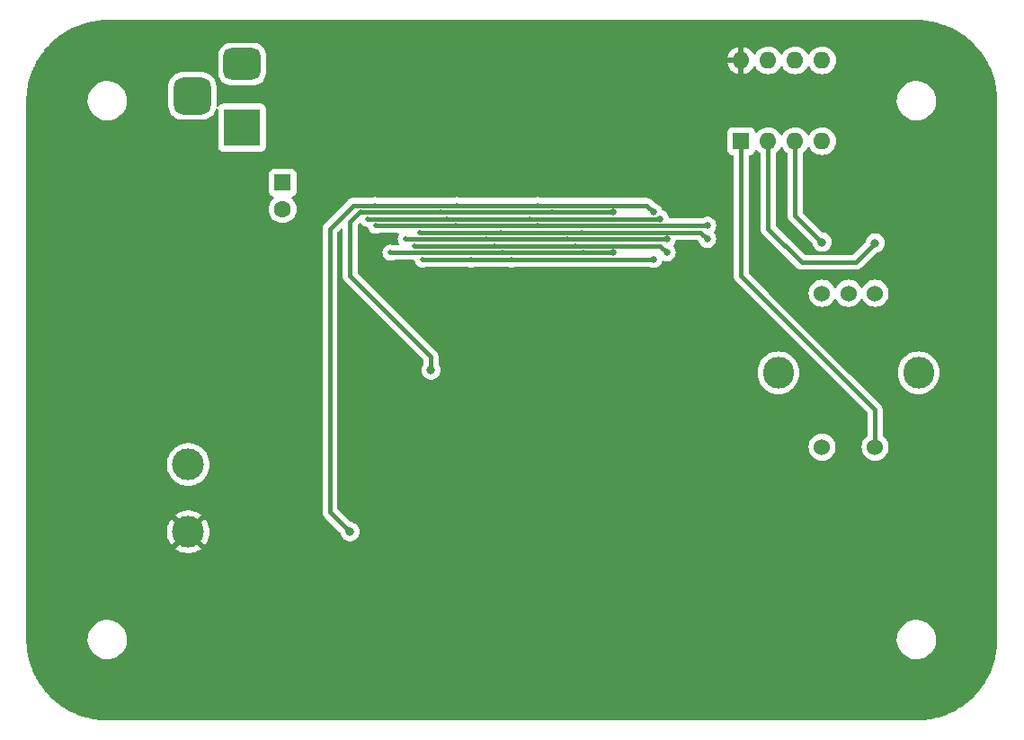
<source format=gbr>
%TF.GenerationSoftware,KiCad,Pcbnew,7.0.5*%
%TF.CreationDate,2023-06-05T17:05:26-05:00*%
%TF.ProjectId,byte,62797465-2e6b-4696-9361-645f70636258,B*%
%TF.SameCoordinates,Original*%
%TF.FileFunction,Copper,L2,Bot*%
%TF.FilePolarity,Positive*%
%FSLAX46Y46*%
G04 Gerber Fmt 4.6, Leading zero omitted, Abs format (unit mm)*
G04 Created by KiCad (PCBNEW 7.0.5) date 2023-06-05 17:05:26*
%MOMM*%
%LPD*%
G01*
G04 APERTURE LIST*
G04 Aperture macros list*
%AMRoundRect*
0 Rectangle with rounded corners*
0 $1 Rounding radius*
0 $2 $3 $4 $5 $6 $7 $8 $9 X,Y pos of 4 corners*
0 Add a 4 corners polygon primitive as box body*
4,1,4,$2,$3,$4,$5,$6,$7,$8,$9,$2,$3,0*
0 Add four circle primitives for the rounded corners*
1,1,$1+$1,$2,$3*
1,1,$1+$1,$4,$5*
1,1,$1+$1,$6,$7*
1,1,$1+$1,$8,$9*
0 Add four rect primitives between the rounded corners*
20,1,$1+$1,$2,$3,$4,$5,0*
20,1,$1+$1,$4,$5,$6,$7,0*
20,1,$1+$1,$6,$7,$8,$9,0*
20,1,$1+$1,$8,$9,$2,$3,0*%
G04 Aperture macros list end*
%TA.AperFunction,ComponentPad*%
%ADD10C,1.524000*%
%TD*%
%TA.AperFunction,ComponentPad*%
%ADD11O,2.900000X3.000000*%
%TD*%
%TA.AperFunction,ComponentPad*%
%ADD12C,3.000000*%
%TD*%
%TA.AperFunction,ComponentPad*%
%ADD13R,3.500000X3.500000*%
%TD*%
%TA.AperFunction,ComponentPad*%
%ADD14RoundRect,0.750000X-1.000000X0.750000X-1.000000X-0.750000X1.000000X-0.750000X1.000000X0.750000X0*%
%TD*%
%TA.AperFunction,ComponentPad*%
%ADD15RoundRect,0.875000X-0.875000X0.875000X-0.875000X-0.875000X0.875000X-0.875000X0.875000X0.875000X0*%
%TD*%
%TA.AperFunction,ComponentPad*%
%ADD16R,1.600000X1.600000*%
%TD*%
%TA.AperFunction,ComponentPad*%
%ADD17C,1.600000*%
%TD*%
%TA.AperFunction,ComponentPad*%
%ADD18O,1.600000X1.600000*%
%TD*%
%TA.AperFunction,ViaPad*%
%ADD19C,0.800000*%
%TD*%
%TA.AperFunction,ViaPad*%
%ADD20C,0.508000*%
%TD*%
%TA.AperFunction,ViaPad*%
%ADD21C,0.635000*%
%TD*%
%TA.AperFunction,Conductor*%
%ADD22C,0.381000*%
%TD*%
G04 APERTURE END LIST*
D10*
%TO.P,SW1,A,A*%
%TO.N,A*%
X144700000Y-72760000D03*
%TO.P,SW1,B,B*%
%TO.N,B*%
X139700000Y-72760000D03*
%TO.P,SW1,C,C*%
%TO.N,GND*%
X142200000Y-72760000D03*
%TO.P,SW1,S1,S1*%
%TO.N,SWITCH*%
X144700000Y-87260000D03*
%TO.P,SW1,S2,S2*%
%TO.N,Net-(R6-Pad1)*%
X139700000Y-87260000D03*
D11*
%TO.P,SW1,SH*%
%TO.N,N/C*%
X148800000Y-80260000D03*
X135600000Y-80260000D03*
%TD*%
D12*
%TO.P,TP1,1,1*%
%TO.N,GND*%
X80010000Y-88900000D03*
%TD*%
D13*
%TO.P,J1,1*%
%TO.N,Net-(PS1-+VIN)*%
X85090000Y-57150000D03*
D14*
%TO.P,J1,2*%
%TO.N,GND*%
X85090000Y-51150000D03*
D15*
%TO.P,J1,3*%
%TO.N,N/C*%
X80390000Y-54150000D03*
%TD*%
D12*
%TO.P,TP2,1,1*%
%TO.N,+3V3*%
X80010000Y-95250000D03*
%TD*%
D16*
%TO.P,C1,1*%
%TO.N,Net-(PS1-+VIN)*%
X88900000Y-62329861D03*
D17*
%TO.P,C1,2*%
%TO.N,GND*%
X88900000Y-64829861D03*
%TD*%
D16*
%TO.P,U1,1,~{RESET}/PB5*%
%TO.N,SWITCH*%
X132080000Y-58420000D03*
D18*
%TO.P,U1,2,XTAL1/PB3*%
%TO.N,A*%
X134620000Y-58420000D03*
%TO.P,U1,3,XTAL2/PB4*%
%TO.N,B*%
X137160000Y-58420000D03*
%TO.P,U1,4,GND*%
%TO.N,GND*%
X139700000Y-58420000D03*
%TO.P,U1,5,AREF/PB0*%
%TO.N,MOSI*%
X139700000Y-50800000D03*
%TO.P,U1,6,PB1*%
%TO.N,CS*%
X137160000Y-50800000D03*
%TO.P,U1,7,PB2*%
%TO.N,CLK*%
X134620000Y-50800000D03*
%TO.P,U1,8,VCC*%
%TO.N,+3V3*%
X132080000Y-50800000D03*
%TD*%
D19*
%TO.N,+3V3*%
X130810000Y-62230000D03*
X152400000Y-95250000D03*
X152400000Y-64135000D03*
D20*
%TO.N,/LED_driver/SEG3*%
X105257600Y-64465200D03*
X97586800Y-64465200D03*
D21*
X123823000Y-65112500D03*
D20*
X112877600Y-64465200D03*
D19*
X95250000Y-95250000D03*
%TO.N,/LED_driver/SEG2*%
X102870000Y-80010000D03*
D20*
X96266000Y-65125600D03*
X114300000Y-65125600D03*
D21*
X120013000Y-65112500D03*
D20*
X103784400Y-65125600D03*
D21*
%TO.N,/LED_driver/SEG1*%
X123823000Y-69557500D03*
D20*
X110490000Y-69596000D03*
X102108000Y-69596000D03*
X106680000Y-69596000D03*
%TO.N,/LED_driver/SEG0*%
X109575600Y-68935600D03*
X117195600Y-68935600D03*
D21*
X120013000Y-68922500D03*
D20*
X99060000Y-68935600D03*
D21*
%TO.N,/LED_driver/SEG8*%
X125093000Y-68922500D03*
D20*
X116459000Y-68275200D03*
X101346000Y-68300600D03*
X108839000Y-68300600D03*
%TO.N,/LED_driver/SEG7*%
X117094000Y-67056000D03*
X109474000Y-67056000D03*
X101854000Y-67056000D03*
D21*
X128903000Y-67652500D03*
%TO.N,/LED_driver/SEG6*%
X125093000Y-67652500D03*
D20*
X100507800Y-67665600D03*
X115722400Y-67640200D03*
X108127800Y-67640200D03*
%TO.N,/LED_driver/SEG5*%
X105232200Y-66395600D03*
X97663000Y-66395600D03*
X112877600Y-66395600D03*
D21*
X128903000Y-66382500D03*
D20*
%TO.N,/LED_driver/SEG4*%
X112166400Y-65760600D03*
D21*
X124458000Y-65747500D03*
D20*
X96901000Y-65735200D03*
X104394000Y-65760600D03*
D19*
%TO.N,B*%
X139700000Y-67945000D03*
%TO.N,A*%
X144700000Y-68025000D03*
%TD*%
D22*
%TO.N,SWITCH*%
X132080000Y-58420000D02*
X132080000Y-71120000D01*
X132080000Y-71120000D02*
X144700000Y-83740000D01*
X144700000Y-83740000D02*
X144700000Y-87260000D01*
%TO.N,/LED_driver/SEG3*%
X95554800Y-64465200D02*
X93345000Y-66675000D01*
X93345000Y-66675000D02*
X93345000Y-93345000D01*
X105154000Y-64477500D02*
X114298000Y-64477500D01*
X97534000Y-64477500D02*
X105154000Y-64477500D01*
X123188000Y-64477500D02*
X123823000Y-65112500D01*
X93345000Y-93345000D02*
X95250000Y-95250000D01*
X97586800Y-64465200D02*
X95554800Y-64465200D01*
X114298000Y-64477500D02*
X123188000Y-64477500D01*
%TO.N,/LED_driver/SEG2*%
X96266000Y-65125600D02*
X96256500Y-65135100D01*
X95250000Y-71120000D02*
X102870000Y-78740000D01*
X120013000Y-65112500D02*
X119378000Y-65112500D01*
X96154900Y-65135100D02*
X95250000Y-66040000D01*
X96256500Y-65135100D02*
X96154900Y-65135100D01*
X95250000Y-66040000D02*
X95250000Y-71120000D01*
X106551000Y-65112500D02*
X112774000Y-65112500D01*
X119378000Y-65112500D02*
X112774000Y-65112500D01*
X102870000Y-78740000D02*
X102870000Y-80010000D01*
X96264000Y-65112500D02*
X106551000Y-65112500D01*
%TO.N,/LED_driver/SEG1*%
X110490000Y-69596000D02*
X102108000Y-69596000D01*
X117448618Y-69557500D02*
X121918000Y-69557500D01*
X110488000Y-69557500D02*
X117448618Y-69557500D01*
X121918000Y-69557500D02*
X123823000Y-69557500D01*
%TO.N,/LED_driver/SEG0*%
X109573600Y-68922500D02*
X117219000Y-68922500D01*
X120013000Y-68922500D02*
X117219000Y-68922500D01*
X99073100Y-68922500D02*
X99060000Y-68935600D01*
X101902800Y-68922500D02*
X109573600Y-68922500D01*
X101902800Y-68922500D02*
X99073100Y-68922500D01*
%TO.N,/LED_driver/SEG8*%
X124458000Y-68287500D02*
X101359100Y-68287500D01*
X101359100Y-68287500D02*
X101346000Y-68300600D01*
X125093000Y-68922500D02*
X124458000Y-68287500D01*
%TO.N,/LED_driver/SEG7*%
X101852000Y-67017500D02*
X109472000Y-67017500D01*
X128268000Y-67017500D02*
X128903000Y-67652500D01*
X109472000Y-67017500D02*
X117092000Y-67017500D01*
X117092000Y-67017500D02*
X128268000Y-67017500D01*
%TO.N,/LED_driver/SEG6*%
X125093000Y-67652500D02*
X100520900Y-67652500D01*
X100520900Y-67652500D02*
X100507800Y-67665600D01*
%TO.N,/LED_driver/SEG5*%
X105154000Y-66382500D02*
X112901000Y-66382500D01*
X128903000Y-66382500D02*
X112901000Y-66382500D01*
X97661000Y-66382500D02*
X105154000Y-66382500D01*
%TO.N,/LED_driver/SEG4*%
X96899000Y-65747500D02*
X112139000Y-65747500D01*
X112139000Y-65747500D02*
X124458000Y-65747500D01*
%TO.N,B*%
X137160000Y-58420000D02*
X137160000Y-65405000D01*
X137160000Y-65405000D02*
X139700000Y-67945000D01*
%TO.N,A*%
X142875000Y-69850000D02*
X144700000Y-68025000D01*
X134620000Y-58420000D02*
X134620000Y-66675000D01*
X137795000Y-69850000D02*
X142875000Y-69850000D01*
X134620000Y-66675000D02*
X137795000Y-69850000D01*
%TD*%
%TA.AperFunction,Conductor*%
%TO.N,+3V3*%
G36*
X148591062Y-46990537D02*
G01*
X148738197Y-46995562D01*
X148911772Y-47001492D01*
X148911772Y-47001537D01*
X148911963Y-47001499D01*
X149112504Y-47008661D01*
X149116634Y-47008947D01*
X149405033Y-47038595D01*
X149641724Y-47064043D01*
X149645614Y-47064587D01*
X149923985Y-47112583D01*
X150165717Y-47156196D01*
X150169392Y-47156975D01*
X150377362Y-47207655D01*
X150440908Y-47223142D01*
X150538977Y-47248172D01*
X150682027Y-47284683D01*
X150685431Y-47285657D01*
X150950290Y-47369719D01*
X151188070Y-47448860D01*
X151191218Y-47450003D01*
X151344297Y-47510370D01*
X151448807Y-47551584D01*
X151681370Y-47647914D01*
X151684302Y-47649217D01*
X151933210Y-47767593D01*
X151934329Y-47768139D01*
X152159577Y-47880890D01*
X152162239Y-47882303D01*
X152402120Y-48017181D01*
X152403351Y-48017893D01*
X152620331Y-48146633D01*
X152622711Y-48148117D01*
X152852587Y-48298893D01*
X152853902Y-48299781D01*
X153061408Y-48443855D01*
X153063522Y-48445389D01*
X153282396Y-48611367D01*
X153283795Y-48612460D01*
X153480653Y-48771098D01*
X153482483Y-48772632D01*
X153562054Y-48842014D01*
X153689422Y-48953074D01*
X153690947Y-48954449D01*
X153876015Y-49126751D01*
X153877604Y-49128285D01*
X154071712Y-49322393D01*
X154073247Y-49323983D01*
X154245549Y-49509051D01*
X154246924Y-49510576D01*
X154427351Y-49717497D01*
X154428909Y-49719356D01*
X154488903Y-49793804D01*
X154587510Y-49916167D01*
X154588646Y-49917621D01*
X154637965Y-49982658D01*
X154754592Y-50136453D01*
X154756143Y-50138590D01*
X154900198Y-50346068D01*
X154901128Y-50347446D01*
X155051864Y-50577261D01*
X155053365Y-50579667D01*
X155182105Y-50796647D01*
X155182839Y-50797917D01*
X155317686Y-51037743D01*
X155319108Y-51040421D01*
X155431859Y-51265669D01*
X155432416Y-51266811D01*
X155550773Y-51515679D01*
X155552084Y-51518628D01*
X155648414Y-51751191D01*
X155749984Y-52008752D01*
X155751153Y-52011969D01*
X155830281Y-52249712D01*
X155844078Y-52293181D01*
X155914329Y-52514525D01*
X155915324Y-52518004D01*
X155976856Y-52759090D01*
X156043014Y-53030563D01*
X156043804Y-53034295D01*
X156087415Y-53276011D01*
X156135405Y-53554344D01*
X156135960Y-53558315D01*
X156161434Y-53795261D01*
X156191048Y-54083332D01*
X156191339Y-54087528D01*
X156198526Y-54288780D01*
X156198540Y-54289179D01*
X156198541Y-54289232D01*
X156209463Y-54608938D01*
X156209500Y-54611089D01*
X156209500Y-105408910D01*
X156209463Y-105411061D01*
X156198510Y-105731677D01*
X156191339Y-105932471D01*
X156191048Y-105936666D01*
X156161434Y-106224737D01*
X156135960Y-106461683D01*
X156135405Y-106465654D01*
X156087415Y-106743987D01*
X156043804Y-106985703D01*
X156043014Y-106989435D01*
X155976856Y-107260908D01*
X155915324Y-107501994D01*
X155914329Y-107505473D01*
X155830287Y-107770269D01*
X155751153Y-108008029D01*
X155749984Y-108011246D01*
X155648414Y-108268807D01*
X155552084Y-108501370D01*
X155550773Y-108504319D01*
X155432416Y-108753187D01*
X155431859Y-108754329D01*
X155319108Y-108979577D01*
X155317686Y-108982255D01*
X155182839Y-109222081D01*
X155182105Y-109223351D01*
X155053365Y-109440331D01*
X155051864Y-109442737D01*
X154901128Y-109672552D01*
X154900198Y-109673930D01*
X154756143Y-109881408D01*
X154754592Y-109883545D01*
X154588654Y-110102367D01*
X154587510Y-110103831D01*
X154428922Y-110300627D01*
X154427351Y-110302501D01*
X154246924Y-110509422D01*
X154245549Y-110510947D01*
X154073247Y-110696015D01*
X154071685Y-110697633D01*
X153877633Y-110891685D01*
X153876015Y-110893247D01*
X153690947Y-111065549D01*
X153689422Y-111066924D01*
X153482501Y-111247351D01*
X153480627Y-111248922D01*
X153283831Y-111407510D01*
X153282367Y-111408654D01*
X153063545Y-111574592D01*
X153061408Y-111576143D01*
X152853930Y-111720198D01*
X152852552Y-111721128D01*
X152622737Y-111871864D01*
X152620331Y-111873365D01*
X152403351Y-112002105D01*
X152402081Y-112002839D01*
X152162255Y-112137686D01*
X152159577Y-112139108D01*
X151934329Y-112251859D01*
X151933187Y-112252416D01*
X151684319Y-112370773D01*
X151681370Y-112372084D01*
X151448807Y-112468414D01*
X151191246Y-112569984D01*
X151188029Y-112571153D01*
X150950269Y-112650287D01*
X150685473Y-112734329D01*
X150681994Y-112735324D01*
X150440908Y-112796856D01*
X150169435Y-112863014D01*
X150165703Y-112863804D01*
X149923987Y-112907415D01*
X149645654Y-112955405D01*
X149641683Y-112955960D01*
X149404737Y-112981434D01*
X149116666Y-113011048D01*
X149112470Y-113011339D01*
X148911872Y-113018503D01*
X148591062Y-113029463D01*
X148588911Y-113029500D01*
X72391089Y-113029500D01*
X72388938Y-113029463D01*
X72069232Y-113018541D01*
X72069179Y-113018540D01*
X72068816Y-113018527D01*
X72068317Y-113018510D01*
X72068225Y-113018507D01*
X72068225Y-113018506D01*
X71867528Y-113011339D01*
X71863332Y-113011048D01*
X71575261Y-112981434D01*
X71338315Y-112955960D01*
X71334344Y-112955405D01*
X71056011Y-112907415D01*
X70814295Y-112863804D01*
X70810563Y-112863014D01*
X70539090Y-112796856D01*
X70298004Y-112735324D01*
X70294525Y-112734329D01*
X70228581Y-112713399D01*
X70029712Y-112650281D01*
X69791969Y-112571153D01*
X69788752Y-112569984D01*
X69531191Y-112468414D01*
X69298628Y-112372084D01*
X69295679Y-112370773D01*
X69046811Y-112252416D01*
X69045669Y-112251859D01*
X68820421Y-112139108D01*
X68817743Y-112137686D01*
X68577917Y-112002839D01*
X68576647Y-112002105D01*
X68359667Y-111873365D01*
X68357261Y-111871864D01*
X68127446Y-111721128D01*
X68126068Y-111720198D01*
X67918590Y-111576143D01*
X67916453Y-111574592D01*
X67697631Y-111408654D01*
X67696186Y-111407525D01*
X67499356Y-111248909D01*
X67497497Y-111247351D01*
X67290576Y-111066924D01*
X67289051Y-111065549D01*
X67103983Y-110893247D01*
X67102393Y-110891712D01*
X66908285Y-110697604D01*
X66906751Y-110696015D01*
X66734449Y-110510947D01*
X66733074Y-110509422D01*
X66622014Y-110382054D01*
X66552632Y-110302483D01*
X66551098Y-110300653D01*
X66392460Y-110103795D01*
X66391367Y-110102396D01*
X66225389Y-109883522D01*
X66223855Y-109881408D01*
X66079781Y-109673902D01*
X66078893Y-109672587D01*
X65928117Y-109442711D01*
X65926633Y-109440331D01*
X65797893Y-109223351D01*
X65797181Y-109222120D01*
X65662303Y-108982239D01*
X65660890Y-108979577D01*
X65548139Y-108754329D01*
X65547582Y-108753187D01*
X65515053Y-108684788D01*
X65429217Y-108504302D01*
X65427914Y-108501370D01*
X65331584Y-108268807D01*
X65290370Y-108164297D01*
X65230003Y-108011218D01*
X65228860Y-108008070D01*
X65149719Y-107770290D01*
X65065657Y-107505431D01*
X65064683Y-107502027D01*
X65028172Y-107358977D01*
X65003142Y-107260908D01*
X64987655Y-107197362D01*
X64936975Y-106989393D01*
X64936194Y-106985703D01*
X64892583Y-106743985D01*
X64844587Y-106465614D01*
X64844043Y-106461724D01*
X64818595Y-106225033D01*
X64788948Y-105936636D01*
X64788661Y-105932504D01*
X64781489Y-105731676D01*
X64772816Y-105477765D01*
X70535788Y-105477765D01*
X70565412Y-105747014D01*
X70633928Y-106009090D01*
X70739869Y-106258389D01*
X70739870Y-106258390D01*
X70880982Y-106489610D01*
X71054255Y-106697820D01*
X71054257Y-106697822D01*
X71054259Y-106697824D01*
X71159236Y-106791883D01*
X71255998Y-106878582D01*
X71481910Y-107028044D01*
X71727176Y-107143020D01*
X71986569Y-107221060D01*
X71986572Y-107221060D01*
X71986574Y-107221061D01*
X72254557Y-107260500D01*
X72254561Y-107260500D01*
X72457631Y-107260500D01*
X72660156Y-107245677D01*
X72660160Y-107245676D01*
X72660161Y-107245676D01*
X72796451Y-107215316D01*
X72924553Y-107186780D01*
X73177558Y-107090014D01*
X73413777Y-106957441D01*
X73628177Y-106791888D01*
X73816186Y-106596881D01*
X73973799Y-106376579D01*
X74097656Y-106135675D01*
X74185118Y-105879305D01*
X74212386Y-105731676D01*
X74234318Y-105612941D01*
X74234319Y-105612930D01*
X74239259Y-105477765D01*
X146735788Y-105477765D01*
X146765412Y-105747014D01*
X146833928Y-106009090D01*
X146939869Y-106258389D01*
X146939870Y-106258390D01*
X147080982Y-106489610D01*
X147254255Y-106697820D01*
X147254257Y-106697822D01*
X147254259Y-106697824D01*
X147359236Y-106791883D01*
X147455998Y-106878582D01*
X147681910Y-107028044D01*
X147927176Y-107143020D01*
X148186569Y-107221060D01*
X148186572Y-107221060D01*
X148186574Y-107221061D01*
X148454557Y-107260500D01*
X148454561Y-107260500D01*
X148657631Y-107260500D01*
X148860156Y-107245677D01*
X148860160Y-107245676D01*
X148860161Y-107245676D01*
X148996451Y-107215316D01*
X149124553Y-107186780D01*
X149377558Y-107090014D01*
X149613777Y-106957441D01*
X149828177Y-106791888D01*
X150016186Y-106596881D01*
X150173799Y-106376579D01*
X150297656Y-106135675D01*
X150385118Y-105879305D01*
X150412386Y-105731676D01*
X150434318Y-105612941D01*
X150434319Y-105612930D01*
X150444212Y-105342235D01*
X150429338Y-105207058D01*
X150414587Y-105072985D01*
X150346071Y-104810909D01*
X150240130Y-104561610D01*
X150240129Y-104561609D01*
X150099018Y-104330390D01*
X149925745Y-104122180D01*
X149925741Y-104122177D01*
X149925740Y-104122175D01*
X149724012Y-103941427D01*
X149724002Y-103941418D01*
X149498090Y-103791956D01*
X149252824Y-103676980D01*
X149095392Y-103629615D01*
X148993425Y-103598938D01*
X148725442Y-103559500D01*
X148725439Y-103559500D01*
X148522369Y-103559500D01*
X148319839Y-103574323D01*
X148319838Y-103574323D01*
X148055456Y-103633217D01*
X148055441Y-103633222D01*
X147802441Y-103729986D01*
X147566229Y-103862555D01*
X147566225Y-103862557D01*
X147351818Y-104028116D01*
X147163815Y-104223117D01*
X147163810Y-104223123D01*
X147006203Y-104443417D01*
X147006196Y-104443427D01*
X146882343Y-104684324D01*
X146882342Y-104684327D01*
X146794883Y-104940689D01*
X146794880Y-104940702D01*
X146745681Y-105207058D01*
X146745680Y-105207069D01*
X146735788Y-105477765D01*
X74239259Y-105477765D01*
X74244212Y-105342235D01*
X74229338Y-105207058D01*
X74214587Y-105072985D01*
X74146071Y-104810909D01*
X74040130Y-104561610D01*
X74040129Y-104561610D01*
X73899018Y-104330390D01*
X73725745Y-104122180D01*
X73725741Y-104122177D01*
X73725740Y-104122175D01*
X73524012Y-103941427D01*
X73524002Y-103941418D01*
X73298090Y-103791956D01*
X73052824Y-103676980D01*
X72895392Y-103629615D01*
X72793425Y-103598938D01*
X72525442Y-103559500D01*
X72525439Y-103559500D01*
X72322369Y-103559500D01*
X72119839Y-103574323D01*
X72119838Y-103574323D01*
X71855456Y-103633217D01*
X71855441Y-103633222D01*
X71602441Y-103729986D01*
X71366229Y-103862555D01*
X71366225Y-103862557D01*
X71151818Y-104028116D01*
X70963815Y-104223117D01*
X70963810Y-104223123D01*
X70806203Y-104443417D01*
X70806196Y-104443427D01*
X70682343Y-104684324D01*
X70682342Y-104684327D01*
X70594883Y-104940689D01*
X70594880Y-104940702D01*
X70545681Y-105207058D01*
X70545680Y-105207069D01*
X70535788Y-105477765D01*
X64772816Y-105477765D01*
X64770537Y-105411061D01*
X64770500Y-105408910D01*
X64770500Y-95250004D01*
X77997308Y-95250004D01*
X78016052Y-95524048D01*
X78016053Y-95524054D01*
X78071942Y-95793011D01*
X78071944Y-95793019D01*
X78163938Y-96051865D01*
X78290314Y-96295756D01*
X78290316Y-96295759D01*
X78420541Y-96480248D01*
X79331099Y-95569690D01*
X79356059Y-95627553D01*
X79460756Y-95768185D01*
X79595062Y-95880882D01*
X79690430Y-95928777D01*
X78780715Y-96838492D01*
X78780715Y-96838494D01*
X78849313Y-96894304D01*
X78849318Y-96894307D01*
X79084030Y-97037038D01*
X79335989Y-97146480D01*
X79600509Y-97220595D01*
X79872635Y-97257999D01*
X79872649Y-97258000D01*
X80147351Y-97258000D01*
X80147364Y-97257999D01*
X80419490Y-97220595D01*
X80684010Y-97146480D01*
X80935969Y-97037038D01*
X81170679Y-96894309D01*
X81239283Y-96838493D01*
X81239283Y-96838492D01*
X80331798Y-95931007D01*
X80348891Y-95924787D01*
X80495373Y-95828445D01*
X80615688Y-95700918D01*
X80690517Y-95571307D01*
X81599457Y-96480247D01*
X81729682Y-96295762D01*
X81729685Y-96295756D01*
X81856061Y-96051865D01*
X81948055Y-95793019D01*
X81948057Y-95793011D01*
X82003946Y-95524054D01*
X82003947Y-95524048D01*
X82022692Y-95250004D01*
X82022692Y-95249995D01*
X82003947Y-94975951D01*
X82003946Y-94975945D01*
X81948057Y-94706988D01*
X81948055Y-94706980D01*
X81856061Y-94448134D01*
X81729685Y-94204243D01*
X81729681Y-94204237D01*
X81599457Y-94019750D01*
X80688899Y-94930307D01*
X80663941Y-94872447D01*
X80559244Y-94731815D01*
X80424938Y-94619118D01*
X80329567Y-94571221D01*
X81239283Y-93661504D01*
X81170680Y-93605691D01*
X80935969Y-93462961D01*
X80762276Y-93387515D01*
X92642151Y-93387515D01*
X92653299Y-93448349D01*
X92653872Y-93452112D01*
X92661325Y-93513504D01*
X92661327Y-93513510D01*
X92664840Y-93522774D01*
X92670961Y-93544732D01*
X92672747Y-93554478D01*
X92672748Y-93554482D01*
X92698131Y-93610882D01*
X92699587Y-93614397D01*
X92721519Y-93672224D01*
X92721523Y-93672233D01*
X92727147Y-93680380D01*
X92738353Y-93700247D01*
X92742416Y-93709275D01*
X92780555Y-93757958D01*
X92782809Y-93761022D01*
X92811053Y-93801939D01*
X92817948Y-93811927D01*
X92864255Y-93852951D01*
X92866999Y-93855535D01*
X93630582Y-94619118D01*
X94313757Y-95302293D01*
X94347783Y-95364605D01*
X94349971Y-95378211D01*
X94356458Y-95439928D01*
X94356458Y-95439930D01*
X94356459Y-95439932D01*
X94375084Y-95497255D01*
X94415473Y-95621556D01*
X94415476Y-95621561D01*
X94510958Y-95786941D01*
X94510965Y-95786951D01*
X94638744Y-95928864D01*
X94699999Y-95973368D01*
X94793248Y-96041118D01*
X94967712Y-96118794D01*
X95154513Y-96158500D01*
X95345487Y-96158500D01*
X95532288Y-96118794D01*
X95706752Y-96041118D01*
X95861253Y-95928866D01*
X95904458Y-95880882D01*
X95989034Y-95786951D01*
X95989035Y-95786949D01*
X95989040Y-95786944D01*
X96084527Y-95621556D01*
X96143542Y-95439928D01*
X96163504Y-95250000D01*
X96143542Y-95060072D01*
X96084527Y-94878444D01*
X95989040Y-94713056D01*
X95989038Y-94713054D01*
X95989034Y-94713048D01*
X95861255Y-94571135D01*
X95706752Y-94458882D01*
X95682611Y-94448134D01*
X95532288Y-94381206D01*
X95532287Y-94381205D01*
X95532283Y-94381204D01*
X95362370Y-94345087D01*
X95299896Y-94311359D01*
X95299472Y-94310936D01*
X94080904Y-93092368D01*
X94046878Y-93030056D01*
X94043999Y-93003273D01*
X94043999Y-87260000D01*
X138424647Y-87260000D01*
X138444022Y-87481463D01*
X138483688Y-87629498D01*
X138501559Y-87696193D01*
X138501561Y-87696199D01*
X138595511Y-87897675D01*
X138595512Y-87897677D01*
X138723016Y-88079772D01*
X138723020Y-88079777D01*
X138723023Y-88079781D01*
X138880219Y-88236977D01*
X138880223Y-88236980D01*
X138880227Y-88236983D01*
X138984124Y-88309732D01*
X139062323Y-88364488D01*
X139263804Y-88458440D01*
X139478537Y-88515978D01*
X139700000Y-88535353D01*
X139921463Y-88515978D01*
X140136196Y-88458440D01*
X140337677Y-88364488D01*
X140519781Y-88236977D01*
X140676977Y-88079781D01*
X140804488Y-87897677D01*
X140898440Y-87696196D01*
X140955978Y-87481463D01*
X140975353Y-87260000D01*
X140955978Y-87038537D01*
X140898440Y-86823804D01*
X140804488Y-86622324D01*
X140676977Y-86440219D01*
X140519781Y-86283023D01*
X140519777Y-86283020D01*
X140519772Y-86283016D01*
X140337677Y-86155512D01*
X140337675Y-86155511D01*
X140136199Y-86061561D01*
X140136193Y-86061559D01*
X140094074Y-86050273D01*
X139921463Y-86004022D01*
X139700000Y-85984647D01*
X139478537Y-86004022D01*
X139363463Y-86034856D01*
X139263806Y-86061559D01*
X139263801Y-86061561D01*
X139062323Y-86155512D01*
X138880222Y-86283020D01*
X138880216Y-86283025D01*
X138723025Y-86440216D01*
X138723020Y-86440222D01*
X138595512Y-86622323D01*
X138595512Y-86622324D01*
X138501560Y-86823804D01*
X138444022Y-87038537D01*
X138424647Y-87260000D01*
X94043999Y-87260000D01*
X94043999Y-80010000D01*
X94043999Y-67016721D01*
X94064001Y-66948604D01*
X94080899Y-66927635D01*
X94335907Y-66672627D01*
X94398217Y-66638603D01*
X94469032Y-66643668D01*
X94525868Y-66686215D01*
X94550679Y-66752735D01*
X94551000Y-66761724D01*
X94551000Y-71096979D01*
X94550885Y-71100784D01*
X94547151Y-71162515D01*
X94558299Y-71223349D01*
X94558872Y-71227112D01*
X94566325Y-71288504D01*
X94566327Y-71288510D01*
X94569840Y-71297774D01*
X94575961Y-71319732D01*
X94577747Y-71329478D01*
X94577748Y-71329482D01*
X94603131Y-71385882D01*
X94604587Y-71389397D01*
X94626519Y-71447224D01*
X94626523Y-71447233D01*
X94632147Y-71455380D01*
X94643353Y-71475247D01*
X94647416Y-71484275D01*
X94685555Y-71532958D01*
X94687809Y-71536022D01*
X94716053Y-71576939D01*
X94722948Y-71586927D01*
X94769255Y-71627951D01*
X94771999Y-71630535D01*
X98461920Y-75320455D01*
X102134094Y-78992630D01*
X102168120Y-79054942D01*
X102170999Y-79081725D01*
X102171000Y-79380220D01*
X102150998Y-79448340D01*
X102138637Y-79464530D01*
X102130961Y-79473054D01*
X102130958Y-79473058D01*
X102035476Y-79638438D01*
X102035473Y-79638445D01*
X101976457Y-79820072D01*
X101956496Y-80010000D01*
X101976457Y-80199927D01*
X102006526Y-80292470D01*
X102035473Y-80381556D01*
X102035476Y-80381561D01*
X102130958Y-80546941D01*
X102130965Y-80546951D01*
X102258744Y-80688864D01*
X102258747Y-80688866D01*
X102413248Y-80801118D01*
X102587712Y-80878794D01*
X102774513Y-80918500D01*
X102965487Y-80918500D01*
X103152288Y-80878794D01*
X103326752Y-80801118D01*
X103481253Y-80688866D01*
X103609040Y-80546944D01*
X103704527Y-80381556D01*
X103705049Y-80379950D01*
X133641500Y-80379950D01*
X133647675Y-80466296D01*
X133656482Y-80589432D01*
X133716033Y-80863183D01*
X133813934Y-81125668D01*
X133813935Y-81125669D01*
X133948196Y-81371550D01*
X134116083Y-81595821D01*
X134116084Y-81595822D01*
X134116092Y-81595831D01*
X134314168Y-81793907D01*
X134314177Y-81793915D01*
X134314179Y-81793917D01*
X134538450Y-81961804D01*
X134784331Y-82096065D01*
X135046817Y-82193967D01*
X135320564Y-82253517D01*
X135600000Y-82273503D01*
X135879436Y-82253517D01*
X136153183Y-82193967D01*
X136415669Y-82096065D01*
X136661550Y-81961804D01*
X136885821Y-81793917D01*
X137083917Y-81595821D01*
X137251804Y-81371550D01*
X137386065Y-81125669D01*
X137483967Y-80863183D01*
X137543517Y-80589436D01*
X137558500Y-80379950D01*
X137558500Y-80140050D01*
X137543517Y-79930564D01*
X137483967Y-79656817D01*
X137386065Y-79394331D01*
X137251804Y-79148450D01*
X137083917Y-78924179D01*
X137083915Y-78924177D01*
X137083907Y-78924168D01*
X136885831Y-78726092D01*
X136885822Y-78726084D01*
X136885821Y-78726083D01*
X136661550Y-78558196D01*
X136415669Y-78423935D01*
X136415668Y-78423934D01*
X136153183Y-78326033D01*
X135879432Y-78266482D01*
X135600000Y-78246497D01*
X135320567Y-78266482D01*
X135046816Y-78326033D01*
X134784331Y-78423934D01*
X134538450Y-78558196D01*
X134314177Y-78726084D01*
X134314168Y-78726092D01*
X134116092Y-78924168D01*
X134116084Y-78924177D01*
X133948196Y-79148450D01*
X133813934Y-79394331D01*
X133716033Y-79656816D01*
X133656482Y-79930567D01*
X133646793Y-80066038D01*
X133641500Y-80140050D01*
X133641500Y-80379950D01*
X103705049Y-80379950D01*
X103763542Y-80199928D01*
X103783504Y-80010000D01*
X103763542Y-79820072D01*
X103704527Y-79638444D01*
X103609040Y-79473056D01*
X103601362Y-79464529D01*
X103570646Y-79400522D01*
X103569000Y-79380220D01*
X103569000Y-78763019D01*
X103569115Y-78759214D01*
X103572849Y-78697485D01*
X103572848Y-78697485D01*
X103561694Y-78636618D01*
X103561130Y-78632916D01*
X103553673Y-78571490D01*
X103550161Y-78562230D01*
X103544035Y-78540253D01*
X103542251Y-78530517D01*
X103516863Y-78474108D01*
X103515411Y-78470602D01*
X103497713Y-78423935D01*
X103493480Y-78412773D01*
X103487850Y-78404617D01*
X103476645Y-78384750D01*
X103472584Y-78375725D01*
X103434437Y-78327034D01*
X103432197Y-78323991D01*
X103409636Y-78291305D01*
X103397054Y-78273075D01*
X103397050Y-78273071D01*
X103350744Y-78232047D01*
X103347989Y-78229454D01*
X95985905Y-70867369D01*
X95951879Y-70805057D01*
X95949000Y-70778274D01*
X95949000Y-66381726D01*
X95969002Y-66313605D01*
X95985905Y-66292631D01*
X96098228Y-66180308D01*
X96160540Y-66146282D01*
X96231355Y-66151347D01*
X96288191Y-66193894D01*
X96294011Y-66202368D01*
X96301081Y-66213620D01*
X96422580Y-66335119D01*
X96422582Y-66335120D01*
X96568066Y-66426534D01*
X96568067Y-66426534D01*
X96568070Y-66426536D01*
X96730254Y-66483287D01*
X96813561Y-66492673D01*
X96879014Y-66520176D01*
X96918384Y-66576266D01*
X96971664Y-66728530D01*
X96971665Y-66728533D01*
X97063079Y-66874017D01*
X97063080Y-66874019D01*
X97184580Y-66995519D01*
X97184582Y-66995520D01*
X97330066Y-67086934D01*
X97330067Y-67086934D01*
X97330070Y-67086936D01*
X97492254Y-67143687D01*
X97492253Y-67143687D01*
X97509543Y-67145634D01*
X97663000Y-67162925D01*
X97833746Y-67143687D01*
X97922947Y-67112473D01*
X97991259Y-67088571D01*
X98032874Y-67081500D01*
X99746304Y-67081500D01*
X99814425Y-67101502D01*
X99860918Y-67155158D01*
X99871022Y-67225432D01*
X99852992Y-67274536D01*
X99816463Y-67332671D01*
X99759712Y-67494855D01*
X99740475Y-67665599D01*
X99759712Y-67836344D01*
X99816464Y-67998530D01*
X99816465Y-67998532D01*
X99836529Y-68030464D01*
X99855835Y-68098785D01*
X99835140Y-68166698D01*
X99781013Y-68212641D01*
X99729842Y-68223500D01*
X99354997Y-68223500D01*
X99313383Y-68216429D01*
X99230746Y-68187513D01*
X99230744Y-68187512D01*
X99230742Y-68187512D01*
X99060000Y-68168275D01*
X98889255Y-68187512D01*
X98727069Y-68244264D01*
X98727066Y-68244265D01*
X98581582Y-68335679D01*
X98581580Y-68335680D01*
X98460080Y-68457180D01*
X98460079Y-68457182D01*
X98368665Y-68602666D01*
X98368664Y-68602669D01*
X98311912Y-68764855D01*
X98292675Y-68935600D01*
X98311912Y-69106344D01*
X98368664Y-69268530D01*
X98368665Y-69268533D01*
X98460079Y-69414017D01*
X98460080Y-69414019D01*
X98581580Y-69535519D01*
X98581582Y-69535520D01*
X98727066Y-69626934D01*
X98727067Y-69626934D01*
X98727070Y-69626936D01*
X98889254Y-69683687D01*
X98889253Y-69683687D01*
X98906543Y-69685634D01*
X99060000Y-69702925D01*
X99230746Y-69683687D01*
X99319947Y-69652473D01*
X99388259Y-69628571D01*
X99429874Y-69621500D01*
X101230947Y-69621500D01*
X101299068Y-69641502D01*
X101345561Y-69695158D01*
X101356155Y-69733393D01*
X101359912Y-69766744D01*
X101416664Y-69928930D01*
X101416665Y-69928933D01*
X101508079Y-70074417D01*
X101508080Y-70074419D01*
X101629580Y-70195919D01*
X101629582Y-70195920D01*
X101775066Y-70287334D01*
X101775067Y-70287334D01*
X101775070Y-70287336D01*
X101937254Y-70344087D01*
X101937253Y-70344087D01*
X101954543Y-70346034D01*
X102108000Y-70363325D01*
X102278746Y-70344087D01*
X102398820Y-70302070D01*
X102440435Y-70295000D01*
X106347565Y-70295000D01*
X106389179Y-70302070D01*
X106509254Y-70344087D01*
X106680000Y-70363325D01*
X106850746Y-70344087D01*
X106970820Y-70302070D01*
X107012435Y-70295000D01*
X110157565Y-70295000D01*
X110199179Y-70302070D01*
X110319254Y-70344087D01*
X110490000Y-70363325D01*
X110660746Y-70344087D01*
X110822930Y-70287336D01*
X110831305Y-70282073D01*
X110841268Y-70275814D01*
X110908305Y-70256500D01*
X117406336Y-70256500D01*
X121875718Y-70256500D01*
X123338875Y-70256500D01*
X123401229Y-70274808D01*
X123402001Y-70273473D01*
X123407719Y-70276774D01*
X123407723Y-70276776D01*
X123407725Y-70276777D01*
X123566346Y-70347400D01*
X123736184Y-70383500D01*
X123909816Y-70383500D01*
X124079654Y-70347400D01*
X124238275Y-70276777D01*
X124378746Y-70174719D01*
X124494929Y-70045685D01*
X124581745Y-69895315D01*
X124622599Y-69769576D01*
X124662673Y-69710970D01*
X124728069Y-69683332D01*
X124793683Y-69693405D01*
X124836343Y-69712399D01*
X124836344Y-69712399D01*
X124836346Y-69712400D01*
X125006184Y-69748500D01*
X125179816Y-69748500D01*
X125349654Y-69712400D01*
X125508275Y-69641777D01*
X125648746Y-69539719D01*
X125764929Y-69410685D01*
X125851745Y-69260315D01*
X125905400Y-69095181D01*
X125923550Y-68922500D01*
X125905400Y-68749819D01*
X125890469Y-68703866D01*
X125851747Y-68584689D01*
X125851743Y-68584682D01*
X125838619Y-68561951D01*
X125769597Y-68442400D01*
X125764931Y-68434318D01*
X125764930Y-68434317D01*
X125764929Y-68434315D01*
X125708647Y-68371808D01*
X125677932Y-68307804D01*
X125686695Y-68237350D01*
X125708646Y-68203192D01*
X125764929Y-68140685D01*
X125851745Y-67990315D01*
X125860803Y-67962439D01*
X125870470Y-67932684D01*
X125905400Y-67825181D01*
X125905401Y-67825170D01*
X125906771Y-67818729D01*
X125909121Y-67819228D01*
X125931968Y-67763683D01*
X125990186Y-67723047D01*
X126030273Y-67716500D01*
X127926274Y-67716500D01*
X127994395Y-67736502D01*
X128015369Y-67753405D01*
X128070871Y-67808907D01*
X128101609Y-67859066D01*
X128144252Y-67990309D01*
X128144256Y-67990317D01*
X128231069Y-68140683D01*
X128231070Y-68140685D01*
X128347251Y-68269717D01*
X128487720Y-68371774D01*
X128487722Y-68371775D01*
X128487725Y-68371777D01*
X128646346Y-68442400D01*
X128816184Y-68478500D01*
X128989816Y-68478500D01*
X129159654Y-68442400D01*
X129318275Y-68371777D01*
X129458746Y-68269719D01*
X129574929Y-68140685D01*
X129661745Y-67990315D01*
X129670803Y-67962439D01*
X129715398Y-67825186D01*
X129715400Y-67825181D01*
X129733550Y-67652500D01*
X129715400Y-67479819D01*
X129692083Y-67408056D01*
X129661747Y-67314689D01*
X129661743Y-67314682D01*
X129574931Y-67164318D01*
X129574930Y-67164317D01*
X129574929Y-67164315D01*
X129518647Y-67101808D01*
X129487932Y-67037804D01*
X129496695Y-66967350D01*
X129518646Y-66933192D01*
X129574929Y-66870685D01*
X129661745Y-66720315D01*
X129668990Y-66698019D01*
X129690283Y-66632485D01*
X129715400Y-66555181D01*
X129733550Y-66382500D01*
X129715400Y-66209819D01*
X129700658Y-66164447D01*
X129661747Y-66044689D01*
X129661743Y-66044682D01*
X129574930Y-65894316D01*
X129574929Y-65894314D01*
X129458748Y-65765282D01*
X129318279Y-65663225D01*
X129208801Y-65614482D01*
X129159654Y-65592600D01*
X128989816Y-65556500D01*
X128816184Y-65556500D01*
X128646345Y-65592600D01*
X128487719Y-65663225D01*
X128482001Y-65666527D01*
X128480484Y-65663900D01*
X128425957Y-65683301D01*
X128418875Y-65683500D01*
X125395273Y-65683500D01*
X125327152Y-65663498D01*
X125280659Y-65609842D01*
X125272799Y-65581052D01*
X125271771Y-65581271D01*
X125270400Y-65574827D01*
X125270400Y-65574819D01*
X125248803Y-65508349D01*
X125216747Y-65409689D01*
X125216743Y-65409682D01*
X125129930Y-65259316D01*
X125129929Y-65259314D01*
X125013748Y-65130282D01*
X124873279Y-65028225D01*
X124873275Y-65028223D01*
X124714654Y-64957600D01*
X124714653Y-64957599D01*
X124714649Y-64957598D01*
X124706880Y-64955947D01*
X124644408Y-64922218D01*
X124613247Y-64871637D01*
X124581747Y-64774690D01*
X124581743Y-64774682D01*
X124494930Y-64624316D01*
X124494929Y-64624314D01*
X124378748Y-64495282D01*
X124238279Y-64393225D01*
X124079650Y-64322598D01*
X124042479Y-64314697D01*
X123980006Y-64280969D01*
X123979581Y-64280546D01*
X123698545Y-63999509D01*
X123695945Y-63996747D01*
X123654927Y-63950448D01*
X123637108Y-63938148D01*
X123604022Y-63915309D01*
X123600958Y-63913055D01*
X123552275Y-63874916D01*
X123543247Y-63870853D01*
X123523380Y-63859647D01*
X123515233Y-63854023D01*
X123515228Y-63854020D01*
X123515227Y-63854020D01*
X123482798Y-63841721D01*
X123457397Y-63832087D01*
X123453882Y-63830631D01*
X123397482Y-63805248D01*
X123397478Y-63805247D01*
X123387732Y-63803461D01*
X123365774Y-63797340D01*
X123356510Y-63793827D01*
X123356504Y-63793825D01*
X123305652Y-63787651D01*
X123295103Y-63786370D01*
X123291349Y-63785799D01*
X123230516Y-63774651D01*
X123230515Y-63774651D01*
X123168781Y-63778385D01*
X123164980Y-63778500D01*
X113245187Y-63778500D01*
X113203572Y-63771429D01*
X113140314Y-63749294D01*
X113048346Y-63717113D01*
X113048344Y-63717112D01*
X113048346Y-63717112D01*
X112894889Y-63699822D01*
X112877600Y-63697875D01*
X112877599Y-63697875D01*
X112706855Y-63717112D01*
X112551628Y-63771429D01*
X112510013Y-63778500D01*
X105625187Y-63778500D01*
X105583572Y-63771429D01*
X105520314Y-63749294D01*
X105428346Y-63717113D01*
X105428344Y-63717112D01*
X105428346Y-63717112D01*
X105274889Y-63699822D01*
X105257600Y-63697875D01*
X105257599Y-63697875D01*
X105086855Y-63717112D01*
X104931628Y-63771429D01*
X104890013Y-63778500D01*
X97954387Y-63778500D01*
X97912772Y-63771429D01*
X97849514Y-63749294D01*
X97757546Y-63717113D01*
X97757544Y-63717112D01*
X97757546Y-63717112D01*
X97604089Y-63699822D01*
X97586800Y-63697875D01*
X97586799Y-63697875D01*
X97416055Y-63717112D01*
X97295980Y-63759129D01*
X97254365Y-63766200D01*
X95577819Y-63766200D01*
X95574017Y-63766085D01*
X95512285Y-63762351D01*
X95512284Y-63762351D01*
X95512282Y-63762351D01*
X95451448Y-63773499D01*
X95447690Y-63774071D01*
X95442917Y-63774651D01*
X95386288Y-63781526D01*
X95386285Y-63781527D01*
X95377016Y-63785042D01*
X95355062Y-63791162D01*
X95345319Y-63792947D01*
X95288928Y-63818327D01*
X95285413Y-63819783D01*
X95227572Y-63841720D01*
X95227570Y-63841721D01*
X95219414Y-63847351D01*
X95199556Y-63858551D01*
X95190524Y-63862615D01*
X95141846Y-63900752D01*
X95138782Y-63903007D01*
X95087870Y-63938149D01*
X95046847Y-63984454D01*
X95044239Y-63987225D01*
X92867016Y-66164447D01*
X92864245Y-66167055D01*
X92817949Y-66208070D01*
X92782820Y-66258964D01*
X92780566Y-66262027D01*
X92742417Y-66310723D01*
X92742415Y-66310726D01*
X92738349Y-66319760D01*
X92727153Y-66339610D01*
X92721522Y-66347768D01*
X92721520Y-66347772D01*
X92699583Y-66405613D01*
X92698127Y-66409128D01*
X92672747Y-66465519D01*
X92670962Y-66475262D01*
X92664842Y-66497216D01*
X92661327Y-66506485D01*
X92661326Y-66506488D01*
X92653872Y-66567886D01*
X92653299Y-66571648D01*
X92642151Y-66632482D01*
X92642151Y-66632484D01*
X92642151Y-66632485D01*
X92643330Y-66651979D01*
X92645885Y-66694214D01*
X92646000Y-66698019D01*
X92646000Y-93321979D01*
X92645885Y-93325784D01*
X92642151Y-93387515D01*
X80762276Y-93387515D01*
X80684010Y-93353519D01*
X80419490Y-93279404D01*
X80147364Y-93242000D01*
X79872635Y-93242000D01*
X79600509Y-93279404D01*
X79335989Y-93353519D01*
X79084030Y-93462961D01*
X78849325Y-93605687D01*
X78780715Y-93661505D01*
X78780714Y-93661505D01*
X79688201Y-94568992D01*
X79671109Y-94575213D01*
X79524627Y-94671555D01*
X79404312Y-94799082D01*
X79329482Y-94928691D01*
X78420541Y-94019750D01*
X78290317Y-94204236D01*
X78163938Y-94448134D01*
X78071944Y-94706980D01*
X78071942Y-94706988D01*
X78016053Y-94975945D01*
X78016052Y-94975951D01*
X77997308Y-95249995D01*
X77997308Y-95250004D01*
X64770500Y-95250004D01*
X64770500Y-88900004D01*
X77996807Y-88900004D01*
X78015556Y-89174116D01*
X78015557Y-89174122D01*
X78015558Y-89174130D01*
X78046217Y-89321670D01*
X78071460Y-89443146D01*
X78071462Y-89443154D01*
X78163477Y-89702058D01*
X78289892Y-89946028D01*
X78357797Y-90042227D01*
X78448343Y-90170502D01*
X78635889Y-90371314D01*
X78849031Y-90544718D01*
X79083800Y-90687484D01*
X79335823Y-90796953D01*
X79600404Y-90871085D01*
X79695504Y-90884156D01*
X79872604Y-90908499D01*
X79872615Y-90908500D01*
X80147385Y-90908500D01*
X80147395Y-90908499D01*
X80276945Y-90890692D01*
X80419596Y-90871085D01*
X80684177Y-90796953D01*
X80936200Y-90687484D01*
X81170969Y-90544718D01*
X81384111Y-90371314D01*
X81571657Y-90170502D01*
X81730111Y-89946023D01*
X81856523Y-89702058D01*
X81948538Y-89443153D01*
X82004442Y-89174130D01*
X82023193Y-88900000D01*
X82004442Y-88625870D01*
X81948538Y-88356847D01*
X81856523Y-88097942D01*
X81730111Y-87853977D01*
X81571657Y-87629498D01*
X81384111Y-87428686D01*
X81170969Y-87255282D01*
X80936200Y-87112516D01*
X80936201Y-87112516D01*
X80936197Y-87112514D01*
X80684180Y-87003048D01*
X80684178Y-87003047D01*
X80684177Y-87003047D01*
X80551886Y-86965980D01*
X80419593Y-86928914D01*
X80147395Y-86891500D01*
X80147385Y-86891500D01*
X79872615Y-86891500D01*
X79872604Y-86891500D01*
X79600406Y-86928914D01*
X79335819Y-87003048D01*
X79083802Y-87112514D01*
X78849028Y-87255284D01*
X78635886Y-87428688D01*
X78448343Y-87629498D01*
X78289892Y-87853971D01*
X78163477Y-88097941D01*
X78071462Y-88356845D01*
X78071460Y-88356853D01*
X78015557Y-88625877D01*
X78015556Y-88625883D01*
X77996807Y-88899995D01*
X77996807Y-88900004D01*
X64770500Y-88900004D01*
X64770500Y-64829861D01*
X87586502Y-64829861D01*
X87606457Y-65057948D01*
X87625839Y-65130281D01*
X87665715Y-65279101D01*
X87665717Y-65279107D01*
X87762477Y-65486610D01*
X87888456Y-65666527D01*
X87893802Y-65674161D01*
X88055700Y-65836059D01*
X88243251Y-65967384D01*
X88450757Y-66064145D01*
X88671913Y-66123404D01*
X88900000Y-66143359D01*
X89128087Y-66123404D01*
X89349243Y-66064145D01*
X89556749Y-65967384D01*
X89744300Y-65836059D01*
X89906198Y-65674161D01*
X90037523Y-65486610D01*
X90134284Y-65279104D01*
X90193543Y-65057948D01*
X90213498Y-64829861D01*
X90193543Y-64601774D01*
X90134284Y-64380618D01*
X90037523Y-64173112D01*
X89906198Y-63985561D01*
X89760860Y-63840223D01*
X89726834Y-63777911D01*
X89731899Y-63707096D01*
X89774446Y-63650260D01*
X89805922Y-63633072D01*
X89809197Y-63631850D01*
X89809201Y-63631850D01*
X89946204Y-63580750D01*
X90063261Y-63493122D01*
X90150889Y-63376065D01*
X90201989Y-63239062D01*
X90208500Y-63178499D01*
X90208500Y-61481223D01*
X90208499Y-61481211D01*
X90201990Y-61420664D01*
X90201988Y-61420656D01*
X90150889Y-61283658D01*
X90150887Y-61283653D01*
X90063261Y-61166599D01*
X89946207Y-61078973D01*
X89946202Y-61078971D01*
X89809204Y-61027872D01*
X89809196Y-61027870D01*
X89748649Y-61021361D01*
X89748638Y-61021361D01*
X88051362Y-61021361D01*
X88051350Y-61021361D01*
X87990803Y-61027870D01*
X87990795Y-61027872D01*
X87853797Y-61078971D01*
X87853792Y-61078973D01*
X87736738Y-61166599D01*
X87649112Y-61283653D01*
X87649110Y-61283658D01*
X87598011Y-61420656D01*
X87598009Y-61420664D01*
X87591500Y-61481211D01*
X87591500Y-63178510D01*
X87598009Y-63239057D01*
X87598011Y-63239065D01*
X87649110Y-63376063D01*
X87649112Y-63376068D01*
X87736738Y-63493122D01*
X87853792Y-63580748D01*
X87853796Y-63580750D01*
X87994077Y-63633073D01*
X88050913Y-63675619D01*
X88075723Y-63742140D01*
X88060631Y-63811514D01*
X88039140Y-63840223D01*
X87893799Y-63985564D01*
X87762477Y-64173111D01*
X87665717Y-64380614D01*
X87665715Y-64380620D01*
X87606457Y-64601774D01*
X87591330Y-64774682D01*
X87586502Y-64829861D01*
X64770500Y-64829861D01*
X64770500Y-54677765D01*
X70535788Y-54677765D01*
X70565412Y-54947014D01*
X70633928Y-55209090D01*
X70739869Y-55458389D01*
X70739870Y-55458390D01*
X70880982Y-55689610D01*
X71054255Y-55897820D01*
X71255998Y-56078582D01*
X71481910Y-56228044D01*
X71727176Y-56343020D01*
X71986569Y-56421060D01*
X71986572Y-56421060D01*
X71986574Y-56421061D01*
X72254557Y-56460500D01*
X72254561Y-56460500D01*
X72457631Y-56460500D01*
X72660156Y-56445677D01*
X72660160Y-56445676D01*
X72660161Y-56445676D01*
X72770665Y-56421060D01*
X72924553Y-56386780D01*
X73177558Y-56290014D01*
X73413777Y-56157441D01*
X73628177Y-55991888D01*
X73816186Y-55796881D01*
X73973799Y-55576579D01*
X74021814Y-55483190D01*
X74097656Y-55335675D01*
X74097657Y-55335672D01*
X74153463Y-55172092D01*
X74171522Y-55119159D01*
X78131500Y-55119159D01*
X78131501Y-55119170D01*
X78134311Y-55172092D01*
X78173135Y-55372836D01*
X78179031Y-55403317D01*
X78262182Y-55623652D01*
X78262184Y-55623657D01*
X78381373Y-55826766D01*
X78533180Y-56006819D01*
X78713233Y-56158626D01*
X78916342Y-56277815D01*
X78916344Y-56277816D01*
X78916348Y-56277818D01*
X79136686Y-56360970D01*
X79367908Y-56405689D01*
X79420829Y-56408500D01*
X81359170Y-56408499D01*
X81412092Y-56405689D01*
X81643314Y-56360970D01*
X81863652Y-56277818D01*
X82066768Y-56158625D01*
X82246819Y-56006819D01*
X82398625Y-55826768D01*
X82517818Y-55623652D01*
X82587615Y-55438701D01*
X82630381Y-55382031D01*
X82696997Y-55357477D01*
X82766312Y-55372836D01*
X82816320Y-55423232D01*
X82831500Y-55483190D01*
X82831500Y-58948649D01*
X82838009Y-59009196D01*
X82838011Y-59009204D01*
X82889110Y-59146202D01*
X82889112Y-59146207D01*
X82976738Y-59263261D01*
X83093792Y-59350887D01*
X83093794Y-59350888D01*
X83093796Y-59350889D01*
X83152875Y-59372924D01*
X83230795Y-59401988D01*
X83230803Y-59401990D01*
X83291350Y-59408499D01*
X83291355Y-59408499D01*
X83291362Y-59408500D01*
X83291368Y-59408500D01*
X86888632Y-59408500D01*
X86888638Y-59408500D01*
X86888645Y-59408499D01*
X86888649Y-59408499D01*
X86949196Y-59401990D01*
X86949199Y-59401989D01*
X86949201Y-59401989D01*
X87086204Y-59350889D01*
X87115183Y-59329196D01*
X87196064Y-59268649D01*
X130771500Y-59268649D01*
X130778009Y-59329196D01*
X130778011Y-59329204D01*
X130829110Y-59466202D01*
X130829112Y-59466207D01*
X130916738Y-59583261D01*
X131033792Y-59670887D01*
X131033794Y-59670888D01*
X131033796Y-59670889D01*
X131092875Y-59692924D01*
X131170795Y-59721988D01*
X131170803Y-59721990D01*
X131231350Y-59728499D01*
X131231355Y-59728499D01*
X131231362Y-59728500D01*
X131255000Y-59728500D01*
X131323121Y-59748502D01*
X131369614Y-59802158D01*
X131381000Y-59854500D01*
X131381000Y-71096979D01*
X131380885Y-71100784D01*
X131377151Y-71162515D01*
X131388299Y-71223349D01*
X131388872Y-71227112D01*
X131396325Y-71288504D01*
X131396327Y-71288510D01*
X131399840Y-71297774D01*
X131405961Y-71319732D01*
X131407747Y-71329478D01*
X131407748Y-71329482D01*
X131433131Y-71385882D01*
X131434587Y-71389397D01*
X131456519Y-71447224D01*
X131456523Y-71447233D01*
X131462147Y-71455380D01*
X131473353Y-71475247D01*
X131477416Y-71484275D01*
X131515555Y-71532958D01*
X131517809Y-71536022D01*
X131546053Y-71576939D01*
X131552948Y-71586927D01*
X131599255Y-71627951D01*
X131601999Y-71630535D01*
X138200903Y-78229438D01*
X143964095Y-83992630D01*
X143998121Y-84054942D01*
X144001000Y-84081725D01*
X144001000Y-86132859D01*
X143980998Y-86200980D01*
X143947271Y-86236072D01*
X143880222Y-86283020D01*
X143880216Y-86283025D01*
X143723025Y-86440216D01*
X143723020Y-86440222D01*
X143595512Y-86622323D01*
X143595512Y-86622324D01*
X143501560Y-86823804D01*
X143444022Y-87038537D01*
X143424647Y-87260000D01*
X143444022Y-87481463D01*
X143483688Y-87629498D01*
X143501559Y-87696193D01*
X143501561Y-87696199D01*
X143595511Y-87897675D01*
X143595512Y-87897677D01*
X143723016Y-88079772D01*
X143723020Y-88079777D01*
X143723023Y-88079781D01*
X143880219Y-88236977D01*
X143880223Y-88236980D01*
X143880227Y-88236983D01*
X143984124Y-88309732D01*
X144062323Y-88364488D01*
X144263804Y-88458440D01*
X144478537Y-88515978D01*
X144700000Y-88535353D01*
X144921463Y-88515978D01*
X145136196Y-88458440D01*
X145337677Y-88364488D01*
X145519781Y-88236977D01*
X145676977Y-88079781D01*
X145804488Y-87897677D01*
X145898440Y-87696196D01*
X145955978Y-87481463D01*
X145975353Y-87260000D01*
X145955978Y-87038537D01*
X145898440Y-86823804D01*
X145804488Y-86622324D01*
X145676977Y-86440219D01*
X145519781Y-86283023D01*
X145452728Y-86236071D01*
X145408400Y-86180614D01*
X145399000Y-86132859D01*
X145399000Y-83763019D01*
X145399115Y-83759214D01*
X145402849Y-83697485D01*
X145402848Y-83697484D01*
X145391694Y-83636618D01*
X145391130Y-83632916D01*
X145383673Y-83571490D01*
X145380161Y-83562230D01*
X145374035Y-83540253D01*
X145372251Y-83530517D01*
X145346863Y-83474108D01*
X145345411Y-83470602D01*
X145323480Y-83412773D01*
X145317850Y-83404617D01*
X145306645Y-83384750D01*
X145302584Y-83375725D01*
X145264437Y-83327034D01*
X145262197Y-83323991D01*
X145239636Y-83291305D01*
X145227054Y-83273075D01*
X145227050Y-83273071D01*
X145180744Y-83232047D01*
X145177989Y-83229454D01*
X142328485Y-80379950D01*
X146841500Y-80379950D01*
X146847675Y-80466296D01*
X146856482Y-80589432D01*
X146916033Y-80863183D01*
X147013934Y-81125668D01*
X147013935Y-81125669D01*
X147148196Y-81371550D01*
X147316083Y-81595821D01*
X147316084Y-81595822D01*
X147316092Y-81595831D01*
X147514168Y-81793907D01*
X147514177Y-81793915D01*
X147514179Y-81793917D01*
X147738450Y-81961804D01*
X147984331Y-82096065D01*
X148246817Y-82193967D01*
X148520564Y-82253517D01*
X148800000Y-82273503D01*
X149079436Y-82253517D01*
X149353183Y-82193967D01*
X149615669Y-82096065D01*
X149861550Y-81961804D01*
X150085821Y-81793917D01*
X150283917Y-81595821D01*
X150451804Y-81371550D01*
X150586065Y-81125669D01*
X150683967Y-80863183D01*
X150743517Y-80589436D01*
X150758500Y-80379950D01*
X150758500Y-80140050D01*
X150743517Y-79930564D01*
X150683967Y-79656817D01*
X150586065Y-79394331D01*
X150451804Y-79148450D01*
X150283917Y-78924179D01*
X150283915Y-78924177D01*
X150283907Y-78924168D01*
X150085831Y-78726092D01*
X150085822Y-78726084D01*
X150085821Y-78726083D01*
X149861550Y-78558196D01*
X149615669Y-78423935D01*
X149615668Y-78423934D01*
X149353183Y-78326033D01*
X149079432Y-78266482D01*
X148800000Y-78246497D01*
X148520567Y-78266482D01*
X148246816Y-78326033D01*
X147984331Y-78423934D01*
X147738450Y-78558196D01*
X147514177Y-78726084D01*
X147514168Y-78726092D01*
X147316092Y-78924168D01*
X147316084Y-78924177D01*
X147148196Y-79148450D01*
X147013934Y-79394331D01*
X146916033Y-79656816D01*
X146856482Y-79930567D01*
X146846793Y-80066038D01*
X146841500Y-80140050D01*
X146841500Y-80379950D01*
X142328485Y-80379950D01*
X134708536Y-72760000D01*
X138424647Y-72760000D01*
X138444022Y-72981463D01*
X138490273Y-73154074D01*
X138501559Y-73196193D01*
X138501561Y-73196199D01*
X138595511Y-73397675D01*
X138595512Y-73397677D01*
X138723016Y-73579772D01*
X138723020Y-73579777D01*
X138723023Y-73579781D01*
X138880219Y-73736977D01*
X138880223Y-73736980D01*
X138880227Y-73736983D01*
X138984124Y-73809732D01*
X139062323Y-73864488D01*
X139263804Y-73958440D01*
X139478537Y-74015978D01*
X139700000Y-74035353D01*
X139921463Y-74015978D01*
X140136196Y-73958440D01*
X140337677Y-73864488D01*
X140519781Y-73736977D01*
X140676977Y-73579781D01*
X140804488Y-73397677D01*
X140835805Y-73330516D01*
X140882722Y-73277232D01*
X140950999Y-73257771D01*
X141018959Y-73278313D01*
X141064195Y-73330517D01*
X141095511Y-73397675D01*
X141095512Y-73397677D01*
X141223016Y-73579772D01*
X141223020Y-73579777D01*
X141223023Y-73579781D01*
X141380219Y-73736977D01*
X141380223Y-73736980D01*
X141380227Y-73736983D01*
X141484124Y-73809732D01*
X141562323Y-73864488D01*
X141763804Y-73958440D01*
X141978537Y-74015978D01*
X142200000Y-74035353D01*
X142421463Y-74015978D01*
X142636196Y-73958440D01*
X142837677Y-73864488D01*
X143019781Y-73736977D01*
X143176977Y-73579781D01*
X143304488Y-73397677D01*
X143335805Y-73330516D01*
X143382722Y-73277232D01*
X143450999Y-73257771D01*
X143518959Y-73278313D01*
X143564195Y-73330517D01*
X143595511Y-73397675D01*
X143595512Y-73397677D01*
X143723016Y-73579772D01*
X143723020Y-73579777D01*
X143723023Y-73579781D01*
X143880219Y-73736977D01*
X143880223Y-73736980D01*
X143880227Y-73736983D01*
X143984124Y-73809732D01*
X144062323Y-73864488D01*
X144263804Y-73958440D01*
X144478537Y-74015978D01*
X144700000Y-74035353D01*
X144921463Y-74015978D01*
X145136196Y-73958440D01*
X145337677Y-73864488D01*
X145519781Y-73736977D01*
X145676977Y-73579781D01*
X145804488Y-73397677D01*
X145898440Y-73196196D01*
X145955978Y-72981463D01*
X145975353Y-72760000D01*
X145955978Y-72538537D01*
X145898440Y-72323804D01*
X145804488Y-72122324D01*
X145676977Y-71940219D01*
X145519781Y-71783023D01*
X145519777Y-71783020D01*
X145519772Y-71783016D01*
X145337677Y-71655512D01*
X145337675Y-71655511D01*
X145136199Y-71561561D01*
X145136193Y-71561559D01*
X145094074Y-71550273D01*
X144921463Y-71504022D01*
X144700000Y-71484647D01*
X144478537Y-71504022D01*
X144370547Y-71532958D01*
X144263806Y-71561559D01*
X144263801Y-71561561D01*
X144062323Y-71655512D01*
X143880222Y-71783020D01*
X143880216Y-71783025D01*
X143723025Y-71940216D01*
X143723020Y-71940222D01*
X143595512Y-72122323D01*
X143564195Y-72189483D01*
X143517277Y-72242768D01*
X143449000Y-72262229D01*
X143381040Y-72241687D01*
X143335805Y-72189483D01*
X143329558Y-72176087D01*
X143304488Y-72122324D01*
X143176977Y-71940219D01*
X143019781Y-71783023D01*
X143019777Y-71783020D01*
X143019772Y-71783016D01*
X142837677Y-71655512D01*
X142837675Y-71655511D01*
X142636199Y-71561561D01*
X142636193Y-71561559D01*
X142594074Y-71550273D01*
X142421463Y-71504022D01*
X142200000Y-71484647D01*
X141978537Y-71504022D01*
X141870547Y-71532958D01*
X141763806Y-71561559D01*
X141763801Y-71561561D01*
X141562323Y-71655512D01*
X141380222Y-71783020D01*
X141380216Y-71783025D01*
X141223025Y-71940216D01*
X141223020Y-71940222D01*
X141095512Y-72122323D01*
X141064195Y-72189483D01*
X141017277Y-72242768D01*
X140949000Y-72262229D01*
X140881040Y-72241687D01*
X140835805Y-72189483D01*
X140829558Y-72176087D01*
X140804488Y-72122324D01*
X140676977Y-71940219D01*
X140519781Y-71783023D01*
X140519777Y-71783020D01*
X140519772Y-71783016D01*
X140337677Y-71655512D01*
X140337675Y-71655511D01*
X140136199Y-71561561D01*
X140136193Y-71561559D01*
X140094073Y-71550273D01*
X139921463Y-71504022D01*
X139700000Y-71484647D01*
X139478537Y-71504022D01*
X139370547Y-71532958D01*
X139263806Y-71561559D01*
X139263801Y-71561561D01*
X139062323Y-71655512D01*
X138880222Y-71783020D01*
X138880216Y-71783025D01*
X138723025Y-71940216D01*
X138723020Y-71940222D01*
X138595512Y-72122323D01*
X138530273Y-72262229D01*
X138501560Y-72323804D01*
X138444022Y-72538537D01*
X138424647Y-72760000D01*
X134708536Y-72760000D01*
X132815905Y-70867369D01*
X132781879Y-70805057D01*
X132779000Y-70778274D01*
X132779000Y-59854500D01*
X132799002Y-59786379D01*
X132852658Y-59739886D01*
X132905000Y-59728500D01*
X132928632Y-59728500D01*
X132928638Y-59728500D01*
X132928645Y-59728499D01*
X132928649Y-59728499D01*
X132989196Y-59721990D01*
X132989199Y-59721989D01*
X132989201Y-59721989D01*
X133126204Y-59670889D01*
X133148389Y-59654282D01*
X133243261Y-59583261D01*
X133330887Y-59466207D01*
X133330887Y-59466206D01*
X133330889Y-59466204D01*
X133381989Y-59329201D01*
X133382998Y-59319808D01*
X133410163Y-59254215D01*
X133468478Y-59213721D01*
X133539429Y-59211182D01*
X133600490Y-59247405D01*
X133611487Y-59260995D01*
X133613074Y-59263261D01*
X133613802Y-59264300D01*
X133775700Y-59426198D01*
X133867271Y-59490317D01*
X133911599Y-59545772D01*
X133921000Y-59593529D01*
X133921000Y-66651979D01*
X133920885Y-66655784D01*
X133917151Y-66717515D01*
X133928299Y-66778349D01*
X133928872Y-66782112D01*
X133936325Y-66843504D01*
X133936327Y-66843510D01*
X133939840Y-66852774D01*
X133945961Y-66874732D01*
X133947747Y-66884478D01*
X133947748Y-66884482D01*
X133973131Y-66940882D01*
X133974587Y-66944397D01*
X133996519Y-67002224D01*
X133996523Y-67002233D01*
X134002147Y-67010380D01*
X134013352Y-67030246D01*
X134016167Y-67036500D01*
X134017416Y-67039275D01*
X134055555Y-67087958D01*
X134057809Y-67091022D01*
X134086053Y-67131939D01*
X134092948Y-67141927D01*
X134139255Y-67182951D01*
X134141999Y-67185535D01*
X137284454Y-70327989D01*
X137287047Y-70330744D01*
X137328071Y-70377050D01*
X137328075Y-70377054D01*
X137346305Y-70389636D01*
X137378991Y-70412197D01*
X137382034Y-70414437D01*
X137430724Y-70452583D01*
X137430725Y-70452584D01*
X137439750Y-70456645D01*
X137459617Y-70467850D01*
X137467773Y-70473480D01*
X137525614Y-70495416D01*
X137529108Y-70496863D01*
X137585517Y-70522251D01*
X137595253Y-70524035D01*
X137617230Y-70530161D01*
X137626490Y-70533673D01*
X137687916Y-70541130D01*
X137691618Y-70541694D01*
X137752485Y-70552849D01*
X137814218Y-70549114D01*
X137818020Y-70549000D01*
X142851980Y-70549000D01*
X142855781Y-70549114D01*
X142917515Y-70552849D01*
X142978352Y-70541699D01*
X142982107Y-70541128D01*
X142987664Y-70540453D01*
X143043510Y-70533673D01*
X143052765Y-70530162D01*
X143074741Y-70524036D01*
X143084483Y-70522251D01*
X143140900Y-70496858D01*
X143144358Y-70495426D01*
X143202227Y-70473480D01*
X143210382Y-70467849D01*
X143230252Y-70456644D01*
X143239275Y-70452584D01*
X143287998Y-70414411D01*
X143290994Y-70412207D01*
X143341927Y-70377052D01*
X143382967Y-70330726D01*
X143385520Y-70328014D01*
X144749474Y-68964061D01*
X144811784Y-68930037D01*
X144812212Y-68929944D01*
X144982288Y-68893794D01*
X145156752Y-68816118D01*
X145311253Y-68703866D01*
X145311255Y-68703864D01*
X145439034Y-68561951D01*
X145439035Y-68561949D01*
X145439040Y-68561944D01*
X145534527Y-68396556D01*
X145593542Y-68214928D01*
X145613504Y-68025000D01*
X145593542Y-67835072D01*
X145534527Y-67653444D01*
X145439040Y-67488056D01*
X145439038Y-67488054D01*
X145439034Y-67488048D01*
X145311255Y-67346135D01*
X145156752Y-67233882D01*
X144982288Y-67156206D01*
X144795487Y-67116500D01*
X144604513Y-67116500D01*
X144417711Y-67156206D01*
X144243247Y-67233882D01*
X144088744Y-67346135D01*
X143960965Y-67488048D01*
X143960958Y-67488058D01*
X143866018Y-67652500D01*
X143865473Y-67653444D01*
X143845278Y-67715594D01*
X143806459Y-67835067D01*
X143806458Y-67835069D01*
X143806458Y-67835072D01*
X143803936Y-67859066D01*
X143799972Y-67896782D01*
X143772958Y-67962439D01*
X143763757Y-67972705D01*
X142622367Y-69114096D01*
X142560057Y-69148120D01*
X142533274Y-69151000D01*
X138136725Y-69151000D01*
X138068604Y-69130998D01*
X138047630Y-69114095D01*
X135355905Y-66422369D01*
X135321879Y-66360057D01*
X135319000Y-66333274D01*
X135319000Y-59593529D01*
X135339002Y-59525408D01*
X135372727Y-59490317D01*
X135464300Y-59426198D01*
X135626198Y-59264300D01*
X135757523Y-59076749D01*
X135775804Y-59037543D01*
X135822721Y-58984258D01*
X135890998Y-58964796D01*
X135958958Y-58985337D01*
X136004195Y-59037543D01*
X136022477Y-59076749D01*
X136153802Y-59264300D01*
X136315700Y-59426198D01*
X136407271Y-59490317D01*
X136451599Y-59545772D01*
X136461000Y-59593529D01*
X136461000Y-65381979D01*
X136460885Y-65385784D01*
X136457151Y-65447515D01*
X136468299Y-65508349D01*
X136468872Y-65512112D01*
X136476325Y-65573504D01*
X136476327Y-65573510D01*
X136479840Y-65582774D01*
X136485961Y-65604732D01*
X136487747Y-65614478D01*
X136487748Y-65614482D01*
X136513131Y-65670882D01*
X136514587Y-65674397D01*
X136536519Y-65732224D01*
X136536523Y-65732233D01*
X136542147Y-65740380D01*
X136553352Y-65760246D01*
X136555619Y-65765282D01*
X136557416Y-65769275D01*
X136595555Y-65817958D01*
X136597809Y-65821022D01*
X136626053Y-65861939D01*
X136632948Y-65871927D01*
X136679255Y-65912951D01*
X136681999Y-65915535D01*
X137761984Y-66995519D01*
X138763756Y-67997291D01*
X138797781Y-68059603D01*
X138799971Y-68073215D01*
X138806457Y-68134927D01*
X138831709Y-68212641D01*
X138865473Y-68316556D01*
X138865476Y-68316561D01*
X138960958Y-68481941D01*
X138960965Y-68481951D01*
X139088744Y-68623864D01*
X139088747Y-68623866D01*
X139243248Y-68736118D01*
X139417712Y-68813794D01*
X139604513Y-68853500D01*
X139795487Y-68853500D01*
X139982288Y-68813794D01*
X140156752Y-68736118D01*
X140311253Y-68623866D01*
X140346532Y-68584685D01*
X140439034Y-68481951D01*
X140439035Y-68481949D01*
X140439040Y-68481944D01*
X140534527Y-68316556D01*
X140593542Y-68134928D01*
X140613504Y-67945000D01*
X140593542Y-67755072D01*
X140534527Y-67573444D01*
X140439040Y-67408056D01*
X140439038Y-67408054D01*
X140439034Y-67408048D01*
X140311255Y-67266135D01*
X140156752Y-67153882D01*
X139982288Y-67076206D01*
X139982287Y-67076205D01*
X139982283Y-67076204D01*
X139812369Y-67040087D01*
X139749895Y-67006359D01*
X139749471Y-67005936D01*
X137895905Y-65152369D01*
X137861879Y-65090057D01*
X137859000Y-65063274D01*
X137859000Y-59593529D01*
X137879002Y-59525408D01*
X137912727Y-59490317D01*
X138004300Y-59426198D01*
X138166198Y-59264300D01*
X138297523Y-59076749D01*
X138315804Y-59037543D01*
X138362721Y-58984258D01*
X138430998Y-58964796D01*
X138498958Y-58985337D01*
X138544195Y-59037543D01*
X138562477Y-59076749D01*
X138693802Y-59264300D01*
X138855700Y-59426198D01*
X139043251Y-59557523D01*
X139250757Y-59654284D01*
X139471913Y-59713543D01*
X139700000Y-59733498D01*
X139928087Y-59713543D01*
X140149243Y-59654284D01*
X140356749Y-59557523D01*
X140544300Y-59426198D01*
X140706198Y-59264300D01*
X140837523Y-59076749D01*
X140934284Y-58869243D01*
X140993543Y-58648087D01*
X141013498Y-58420000D01*
X140993543Y-58191913D01*
X140934284Y-57970757D01*
X140837523Y-57763251D01*
X140706198Y-57575700D01*
X140544300Y-57413802D01*
X140356749Y-57282477D01*
X140356748Y-57282476D01*
X140149246Y-57185717D01*
X140149240Y-57185715D01*
X140055771Y-57160670D01*
X139928087Y-57126457D01*
X139700000Y-57106502D01*
X139471913Y-57126457D01*
X139250759Y-57185715D01*
X139250753Y-57185717D01*
X139043250Y-57282477D01*
X138855703Y-57413799D01*
X138855697Y-57413804D01*
X138693804Y-57575697D01*
X138693799Y-57575703D01*
X138562477Y-57763250D01*
X138544195Y-57802457D01*
X138497278Y-57855742D01*
X138429001Y-57875203D01*
X138361041Y-57854661D01*
X138315805Y-57802457D01*
X138313894Y-57798359D01*
X138297523Y-57763251D01*
X138166198Y-57575700D01*
X138004300Y-57413802D01*
X137816749Y-57282477D01*
X137609246Y-57185717D01*
X137609240Y-57185715D01*
X137515771Y-57160670D01*
X137388087Y-57126457D01*
X137160000Y-57106502D01*
X136931913Y-57126457D01*
X136710759Y-57185715D01*
X136710753Y-57185717D01*
X136503250Y-57282477D01*
X136315703Y-57413799D01*
X136315697Y-57413804D01*
X136153804Y-57575697D01*
X136153799Y-57575703D01*
X136022476Y-57763251D01*
X136004193Y-57802459D01*
X135957275Y-57855743D01*
X135888997Y-57875203D01*
X135821038Y-57854660D01*
X135775805Y-57802457D01*
X135757523Y-57763251D01*
X135626198Y-57575700D01*
X135464300Y-57413802D01*
X135276749Y-57282477D01*
X135276748Y-57282477D01*
X135069246Y-57185717D01*
X135069240Y-57185715D01*
X134975771Y-57160670D01*
X134848087Y-57126457D01*
X134620000Y-57106502D01*
X134391913Y-57126457D01*
X134170759Y-57185715D01*
X134170753Y-57185717D01*
X133963250Y-57282477D01*
X133775703Y-57413799D01*
X133775697Y-57413804D01*
X133613804Y-57575697D01*
X133613795Y-57575708D01*
X133611483Y-57579010D01*
X133556021Y-57623333D01*
X133485401Y-57630635D01*
X133422044Y-57598598D01*
X133386065Y-57537393D01*
X133382999Y-57520198D01*
X133381989Y-57510799D01*
X133330889Y-57373796D01*
X133330888Y-57373794D01*
X133330887Y-57373792D01*
X133243261Y-57256738D01*
X133126207Y-57169112D01*
X133126202Y-57169110D01*
X132989204Y-57118011D01*
X132989196Y-57118009D01*
X132928649Y-57111500D01*
X132928638Y-57111500D01*
X131231362Y-57111500D01*
X131231350Y-57111500D01*
X131170803Y-57118009D01*
X131170795Y-57118011D01*
X131033797Y-57169110D01*
X131033792Y-57169112D01*
X130916738Y-57256738D01*
X130829112Y-57373792D01*
X130829110Y-57373797D01*
X130778011Y-57510795D01*
X130778009Y-57510803D01*
X130771500Y-57571350D01*
X130771500Y-59268649D01*
X87196064Y-59268649D01*
X87203261Y-59263261D01*
X87290887Y-59146207D01*
X87290887Y-59146206D01*
X87290889Y-59146204D01*
X87341989Y-59009201D01*
X87348500Y-58948638D01*
X87348500Y-55351362D01*
X87346814Y-55335675D01*
X87341990Y-55290803D01*
X87341988Y-55290795D01*
X87297713Y-55172092D01*
X87290889Y-55153796D01*
X87290888Y-55153794D01*
X87290887Y-55153792D01*
X87203261Y-55036738D01*
X87086207Y-54949112D01*
X87086202Y-54949110D01*
X86949204Y-54898011D01*
X86949196Y-54898009D01*
X86888649Y-54891500D01*
X86888638Y-54891500D01*
X83291362Y-54891500D01*
X83291350Y-54891500D01*
X83230803Y-54898009D01*
X83230795Y-54898011D01*
X83093797Y-54949110D01*
X83093792Y-54949112D01*
X82976738Y-55036738D01*
X82889111Y-55153794D01*
X82885085Y-55161168D01*
X82834881Y-55211368D01*
X82765507Y-55226458D01*
X82698987Y-55201645D01*
X82656442Y-55144808D01*
X82648499Y-55100784D01*
X82648499Y-54677765D01*
X146735788Y-54677765D01*
X146765412Y-54947014D01*
X146833928Y-55209090D01*
X146939869Y-55458389D01*
X146939870Y-55458390D01*
X147080982Y-55689610D01*
X147254255Y-55897820D01*
X147455998Y-56078582D01*
X147681910Y-56228044D01*
X147927176Y-56343020D01*
X148186569Y-56421060D01*
X148186572Y-56421060D01*
X148186574Y-56421061D01*
X148454557Y-56460500D01*
X148454561Y-56460500D01*
X148657631Y-56460500D01*
X148860156Y-56445677D01*
X148860160Y-56445676D01*
X148860161Y-56445676D01*
X148970665Y-56421060D01*
X149124553Y-56386780D01*
X149377558Y-56290014D01*
X149613777Y-56157441D01*
X149828177Y-55991888D01*
X150016186Y-55796881D01*
X150173799Y-55576579D01*
X150221814Y-55483190D01*
X150297656Y-55335675D01*
X150297657Y-55335672D01*
X150353463Y-55172092D01*
X150385118Y-55079305D01*
X150409718Y-54946118D01*
X150434318Y-54812941D01*
X150434319Y-54812930D01*
X150444212Y-54542235D01*
X150423025Y-54349676D01*
X150414587Y-54272985D01*
X150346071Y-54010909D01*
X150240130Y-53761610D01*
X150240129Y-53761609D01*
X150099018Y-53530390D01*
X149925745Y-53322180D01*
X149925741Y-53322177D01*
X149925740Y-53322175D01*
X149724012Y-53141427D01*
X149724002Y-53141418D01*
X149498090Y-52991956D01*
X149252824Y-52876980D01*
X149095392Y-52829615D01*
X148993425Y-52798938D01*
X148725442Y-52759500D01*
X148725439Y-52759500D01*
X148522369Y-52759500D01*
X148319839Y-52774323D01*
X148319838Y-52774323D01*
X148055456Y-52833217D01*
X148055441Y-52833222D01*
X147802441Y-52929986D01*
X147566229Y-53062555D01*
X147566225Y-53062557D01*
X147351818Y-53228116D01*
X147163815Y-53423117D01*
X147163810Y-53423123D01*
X147006203Y-53643417D01*
X147006196Y-53643427D01*
X146882343Y-53884324D01*
X146882342Y-53884327D01*
X146794883Y-54140689D01*
X146794880Y-54140702D01*
X146745681Y-54407058D01*
X146745680Y-54407069D01*
X146735788Y-54677765D01*
X82648499Y-54677765D01*
X82648499Y-53180830D01*
X82645689Y-53127908D01*
X82600970Y-52896686D01*
X82517818Y-52676348D01*
X82517816Y-52676344D01*
X82517815Y-52676342D01*
X82398626Y-52473233D01*
X82246819Y-52293180D01*
X82066766Y-52141373D01*
X81863657Y-52022184D01*
X81863652Y-52022182D01*
X81711166Y-51964636D01*
X82831500Y-51964636D01*
X82841970Y-52097669D01*
X82891234Y-52293181D01*
X82897320Y-52317332D01*
X82897323Y-52317341D01*
X82991004Y-52523588D01*
X82991009Y-52523597D01*
X83120011Y-52709799D01*
X83120015Y-52709804D01*
X83280195Y-52869984D01*
X83280200Y-52869988D01*
X83466402Y-52998990D01*
X83466408Y-52998993D01*
X83466409Y-52998994D01*
X83672664Y-53092679D01*
X83892331Y-53148030D01*
X84025364Y-53158500D01*
X84025367Y-53158500D01*
X86154633Y-53158500D01*
X86154636Y-53158500D01*
X86287669Y-53148030D01*
X86507336Y-53092679D01*
X86713591Y-52998994D01*
X86899802Y-52869986D01*
X87059986Y-52709802D01*
X87188994Y-52523591D01*
X87282679Y-52317336D01*
X87338030Y-52097669D01*
X87348500Y-51964636D01*
X87348500Y-50546000D01*
X130793917Y-50546000D01*
X131768314Y-50546000D01*
X131752359Y-50561955D01*
X131694835Y-50674852D01*
X131675014Y-50800000D01*
X131694835Y-50925148D01*
X131752359Y-51038045D01*
X131768314Y-51054000D01*
X130793918Y-51054000D01*
X130846186Y-51249068D01*
X130846188Y-51249073D01*
X130942912Y-51456498D01*
X131074184Y-51643974D01*
X131074189Y-51643980D01*
X131236019Y-51805810D01*
X131236025Y-51805815D01*
X131423501Y-51937087D01*
X131630926Y-52033811D01*
X131630931Y-52033813D01*
X131825999Y-52086081D01*
X131825999Y-51111685D01*
X131841955Y-51127641D01*
X131954852Y-51185165D01*
X132048519Y-51200000D01*
X132111481Y-51200000D01*
X132205148Y-51185165D01*
X132318045Y-51127641D01*
X132334000Y-51111686D01*
X132334000Y-52086081D01*
X132529068Y-52033813D01*
X132529073Y-52033811D01*
X132736498Y-51937087D01*
X132923974Y-51805815D01*
X132923980Y-51805810D01*
X133085810Y-51643980D01*
X133085815Y-51643974D01*
X133217087Y-51456498D01*
X133235529Y-51416951D01*
X133282446Y-51363666D01*
X133350723Y-51344205D01*
X133418683Y-51364747D01*
X133463919Y-51416951D01*
X133482477Y-51456749D01*
X133525783Y-51518597D01*
X133613802Y-51644300D01*
X133775700Y-51806198D01*
X133963251Y-51937523D01*
X134170757Y-52034284D01*
X134391913Y-52093543D01*
X134620000Y-52113498D01*
X134848087Y-52093543D01*
X135069243Y-52034284D01*
X135276749Y-51937523D01*
X135464300Y-51806198D01*
X135626198Y-51644300D01*
X135757523Y-51456749D01*
X135775805Y-51417542D01*
X135822718Y-51364259D01*
X135890995Y-51344796D01*
X135958955Y-51365336D01*
X136004193Y-51417541D01*
X136022475Y-51456747D01*
X136065805Y-51518628D01*
X136153802Y-51644300D01*
X136315700Y-51806198D01*
X136503251Y-51937523D01*
X136710757Y-52034284D01*
X136931913Y-52093543D01*
X137160000Y-52113498D01*
X137388087Y-52093543D01*
X137609243Y-52034284D01*
X137816749Y-51937523D01*
X138004300Y-51806198D01*
X138166198Y-51644300D01*
X138297523Y-51456749D01*
X138315804Y-51417543D01*
X138362721Y-51364258D01*
X138430998Y-51344796D01*
X138498958Y-51365337D01*
X138544195Y-51417543D01*
X138562477Y-51456749D01*
X138693802Y-51644300D01*
X138855700Y-51806198D01*
X139043251Y-51937523D01*
X139250757Y-52034284D01*
X139471913Y-52093543D01*
X139700000Y-52113498D01*
X139928087Y-52093543D01*
X140149243Y-52034284D01*
X140356749Y-51937523D01*
X140544300Y-51806198D01*
X140706198Y-51644300D01*
X140837523Y-51456749D01*
X140934284Y-51249243D01*
X140993543Y-51028087D01*
X141013498Y-50800000D01*
X140993543Y-50571913D01*
X140934284Y-50350757D01*
X140837523Y-50143251D01*
X140706198Y-49955700D01*
X140544300Y-49793802D01*
X140519460Y-49776409D01*
X140356749Y-49662477D01*
X140149246Y-49565717D01*
X140149240Y-49565715D01*
X140055771Y-49540670D01*
X139928087Y-49506457D01*
X139700000Y-49486502D01*
X139471913Y-49506457D01*
X139250759Y-49565715D01*
X139250753Y-49565717D01*
X139043250Y-49662477D01*
X138855703Y-49793799D01*
X138855697Y-49793804D01*
X138693804Y-49955697D01*
X138693799Y-49955703D01*
X138562477Y-50143250D01*
X138544195Y-50182457D01*
X138497278Y-50235742D01*
X138429001Y-50255203D01*
X138361041Y-50234661D01*
X138315805Y-50182457D01*
X138313894Y-50178359D01*
X138297523Y-50143251D01*
X138166198Y-49955700D01*
X138004300Y-49793802D01*
X137979460Y-49776409D01*
X137816749Y-49662477D01*
X137609246Y-49565717D01*
X137609240Y-49565715D01*
X137515771Y-49540670D01*
X137388087Y-49506457D01*
X137160000Y-49486502D01*
X136931913Y-49506457D01*
X136710759Y-49565715D01*
X136710753Y-49565717D01*
X136503250Y-49662477D01*
X136315703Y-49793799D01*
X136315697Y-49793804D01*
X136153804Y-49955697D01*
X136153799Y-49955703D01*
X136022477Y-50143250D01*
X136004195Y-50182457D01*
X135957278Y-50235742D01*
X135889001Y-50255203D01*
X135821041Y-50234661D01*
X135775805Y-50182457D01*
X135773894Y-50178359D01*
X135757523Y-50143251D01*
X135626198Y-49955700D01*
X135464300Y-49793802D01*
X135439460Y-49776409D01*
X135276749Y-49662477D01*
X135069246Y-49565717D01*
X135069240Y-49565715D01*
X134975771Y-49540670D01*
X134848087Y-49506457D01*
X134620000Y-49486502D01*
X134391913Y-49506457D01*
X134170759Y-49565715D01*
X134170753Y-49565717D01*
X133963250Y-49662477D01*
X133775703Y-49793799D01*
X133775697Y-49793804D01*
X133613804Y-49955697D01*
X133613799Y-49955703D01*
X133482475Y-50143252D01*
X133463918Y-50183049D01*
X133417001Y-50236333D01*
X133348724Y-50255794D01*
X133280764Y-50235252D01*
X133235530Y-50183049D01*
X133217089Y-50143503D01*
X133085815Y-49956025D01*
X133085810Y-49956019D01*
X132923980Y-49794189D01*
X132923974Y-49794184D01*
X132736498Y-49662912D01*
X132529073Y-49566188D01*
X132529071Y-49566187D01*
X132334000Y-49513917D01*
X132334000Y-50488313D01*
X132318045Y-50472359D01*
X132205148Y-50414835D01*
X132111481Y-50400000D01*
X132048519Y-50400000D01*
X131954852Y-50414835D01*
X131841955Y-50472359D01*
X131825999Y-50488314D01*
X131825999Y-49513917D01*
X131630928Y-49566187D01*
X131423501Y-49662912D01*
X131236025Y-49794184D01*
X131236019Y-49794189D01*
X131074189Y-49956019D01*
X131074184Y-49956025D01*
X130942912Y-50143501D01*
X130846188Y-50350926D01*
X130846186Y-50350931D01*
X130793917Y-50546000D01*
X87348500Y-50546000D01*
X87348500Y-50335364D01*
X87338030Y-50202331D01*
X87282679Y-49982664D01*
X87188994Y-49776409D01*
X87188993Y-49776408D01*
X87188990Y-49776402D01*
X87059988Y-49590200D01*
X87059984Y-49590195D01*
X86899804Y-49430015D01*
X86899799Y-49430011D01*
X86713597Y-49301009D01*
X86713588Y-49301004D01*
X86507341Y-49207323D01*
X86507338Y-49207322D01*
X86507336Y-49207321D01*
X86287669Y-49151970D01*
X86154636Y-49141500D01*
X84025364Y-49141500D01*
X83892331Y-49151970D01*
X83892327Y-49151970D01*
X83892326Y-49151971D01*
X83672667Y-49207320D01*
X83672658Y-49207323D01*
X83466411Y-49301004D01*
X83466402Y-49301009D01*
X83280200Y-49430011D01*
X83280195Y-49430015D01*
X83120015Y-49590195D01*
X83120011Y-49590200D01*
X82991009Y-49776402D01*
X82991004Y-49776411D01*
X82897323Y-49982658D01*
X82897320Y-49982667D01*
X82846829Y-50183049D01*
X82841970Y-50202331D01*
X82831500Y-50335364D01*
X82831500Y-51964636D01*
X81711166Y-51964636D01*
X81643318Y-51939031D01*
X81643315Y-51939030D01*
X81643314Y-51939030D01*
X81412092Y-51894311D01*
X81359171Y-51891500D01*
X81359158Y-51891500D01*
X79420840Y-51891500D01*
X79381329Y-51893598D01*
X79367908Y-51894311D01*
X79367907Y-51894311D01*
X79261378Y-51914914D01*
X79136686Y-51939030D01*
X79136684Y-51939030D01*
X79136682Y-51939031D01*
X78916347Y-52022182D01*
X78916342Y-52022184D01*
X78713233Y-52141373D01*
X78533180Y-52293180D01*
X78381373Y-52473233D01*
X78262184Y-52676342D01*
X78262182Y-52676347D01*
X78179031Y-52896681D01*
X78179030Y-52896685D01*
X78179030Y-52896686D01*
X78134311Y-53127908D01*
X78131500Y-53180829D01*
X78131500Y-53180840D01*
X78131500Y-53180841D01*
X78131500Y-55119159D01*
X74171522Y-55119159D01*
X74185118Y-55079305D01*
X74209718Y-54946118D01*
X74234318Y-54812941D01*
X74234319Y-54812930D01*
X74244212Y-54542235D01*
X74223025Y-54349676D01*
X74214587Y-54272985D01*
X74146071Y-54010909D01*
X74040130Y-53761610D01*
X74040130Y-53761609D01*
X73899018Y-53530390D01*
X73725745Y-53322180D01*
X73725741Y-53322177D01*
X73725740Y-53322175D01*
X73524012Y-53141427D01*
X73524002Y-53141418D01*
X73298090Y-52991956D01*
X73052824Y-52876980D01*
X72895392Y-52829615D01*
X72793425Y-52798938D01*
X72525442Y-52759500D01*
X72525439Y-52759500D01*
X72322369Y-52759500D01*
X72119839Y-52774323D01*
X72119838Y-52774323D01*
X71855456Y-52833217D01*
X71855441Y-52833222D01*
X71602441Y-52929986D01*
X71366229Y-53062555D01*
X71366225Y-53062557D01*
X71151818Y-53228116D01*
X70963815Y-53423117D01*
X70963810Y-53423123D01*
X70806203Y-53643417D01*
X70806196Y-53643427D01*
X70682343Y-53884324D01*
X70682342Y-53884327D01*
X70594883Y-54140689D01*
X70594880Y-54140702D01*
X70545681Y-54407058D01*
X70545680Y-54407069D01*
X70535788Y-54677765D01*
X64770500Y-54677765D01*
X64770500Y-54611086D01*
X64770537Y-54608936D01*
X64777432Y-54407067D01*
X64781501Y-54287960D01*
X64788661Y-54087491D01*
X64788947Y-54083367D01*
X64818582Y-53795098D01*
X64844044Y-53558266D01*
X64844585Y-53554394D01*
X64892592Y-53275962D01*
X64936199Y-53034269D01*
X64936971Y-53030620D01*
X65003143Y-52759083D01*
X65015721Y-52709804D01*
X65064688Y-52517953D01*
X65065651Y-52514586D01*
X65149726Y-52249687D01*
X65228868Y-52011905D01*
X65229994Y-52008805D01*
X65331588Y-51751180D01*
X65375859Y-51644302D01*
X65427927Y-51518597D01*
X65429203Y-51515726D01*
X65547631Y-51266709D01*
X65548139Y-51265669D01*
X65556363Y-51249240D01*
X65660899Y-51040402D01*
X65662284Y-51037795D01*
X65797226Y-50797799D01*
X65797851Y-50796718D01*
X65926657Y-50579627D01*
X65928091Y-50577328D01*
X66078943Y-50347336D01*
X66079732Y-50346167D01*
X66223891Y-50138540D01*
X66225355Y-50136522D01*
X66391421Y-49917531D01*
X66392408Y-49916268D01*
X66551140Y-49719294D01*
X66552588Y-49717566D01*
X66733099Y-49510548D01*
X66734449Y-49509051D01*
X66755443Y-49486502D01*
X66906810Y-49323920D01*
X66908226Y-49322454D01*
X67102454Y-49128226D01*
X67103920Y-49126810D01*
X67289051Y-48954449D01*
X67290548Y-48953099D01*
X67497566Y-48772588D01*
X67499294Y-48771140D01*
X67696268Y-48612408D01*
X67697531Y-48611421D01*
X67916522Y-48445355D01*
X67918540Y-48443891D01*
X68126167Y-48299732D01*
X68127336Y-48298943D01*
X68357328Y-48148091D01*
X68359627Y-48146657D01*
X68576718Y-48017851D01*
X68577799Y-48017226D01*
X68817795Y-47882284D01*
X68820402Y-47880899D01*
X69045703Y-47768122D01*
X69046706Y-47767632D01*
X69295726Y-47649203D01*
X69298597Y-47647927D01*
X69531175Y-47551590D01*
X69788805Y-47449994D01*
X69791905Y-47448868D01*
X70029687Y-47369726D01*
X70294586Y-47285651D01*
X70297953Y-47284688D01*
X70511124Y-47230279D01*
X70539090Y-47223142D01*
X70810620Y-47156971D01*
X70814269Y-47156199D01*
X71055962Y-47112592D01*
X71334394Y-47064585D01*
X71338266Y-47064044D01*
X71575098Y-47038582D01*
X71863369Y-47008947D01*
X71867491Y-47008661D01*
X72068033Y-47001499D01*
X72068226Y-47001548D01*
X72068225Y-47001492D01*
X72264256Y-46994795D01*
X72388938Y-46990537D01*
X72391089Y-46990500D01*
X148588911Y-46990500D01*
X148591062Y-46990537D01*
G37*
%TD.AperFunction*%
%TD*%
M02*

</source>
